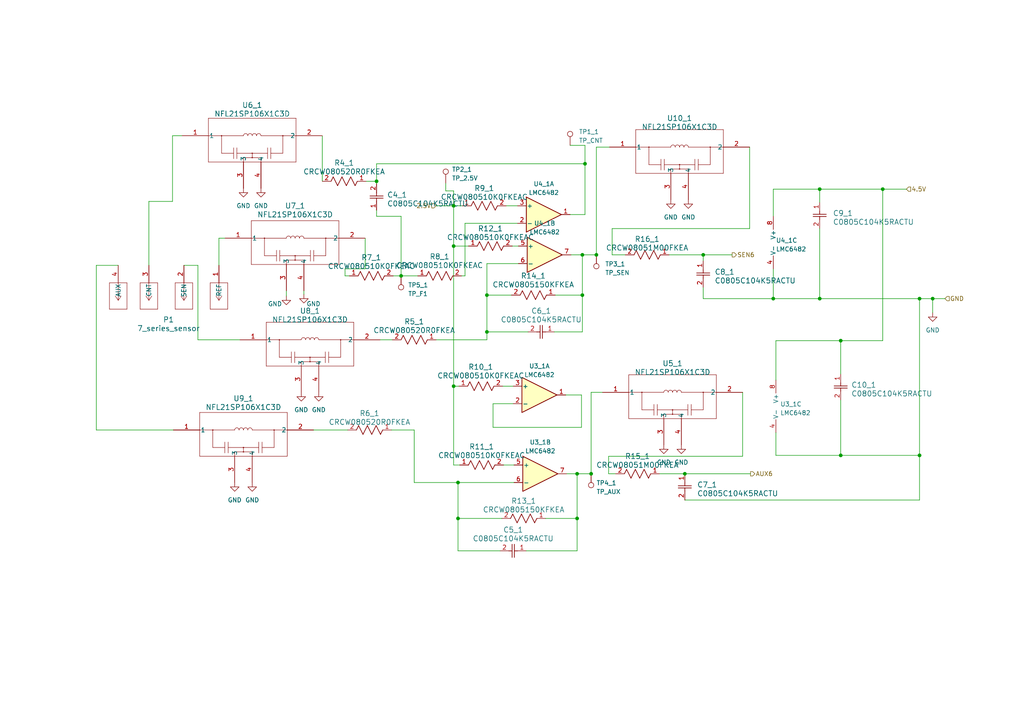
<source format=kicad_sch>
(kicad_sch (version 20230121) (generator eeschema)

  (uuid 04e9843c-8410-4784-ae03-3504d052822c)

  (paper "A4")

  (lib_symbols
    (symbol "2023-07-19_08-42-50:NFL21SP106X1C3D" (pin_names (offset 0.254)) (in_bom yes) (on_board yes)
      (property "Reference" "U" (at 20.32 10.16 0)
        (effects (font (size 1.524 1.524)))
      )
      (property "Value" "NFL21SP106X1C3D" (at 20.32 7.62 0)
        (effects (font (size 1.524 1.524)))
      )
      (property "Footprint" "GCAP_NFL21SP106X1C3D_MUR" (at 0 0 0)
        (effects (font (size 1.27 1.27) italic) hide)
      )
      (property "Datasheet" "NFL21SP106X1C3D" (at 0 0 0)
        (effects (font (size 1.27 1.27) italic) hide)
      )
      (property "ki_locked" "" (at 0 0 0)
        (effects (font (size 1.27 1.27)))
      )
      (property "ki_keywords" "NFL21SP106X1C3D" (at 0 0 0)
        (effects (font (size 1.27 1.27)) hide)
      )
      (property "ki_fp_filters" "GCAP_NFL21SP106X1C3D_MUR GCAP_NFL21SP106X1C3D_MUR-M GCAP_NFL21SP106X1C3D_MUR-L" (at 0 0 0)
        (effects (font (size 1.27 1.27)) hide)
      )
      (symbol "NFL21SP106X1C3D_0_1"
        (polyline
          (pts
            (xy 7.62 -7.62)
            (xy 33.02 -7.62)
          )
          (stroke (width 0.127) (type default))
          (fill (type none))
        )
        (polyline
          (pts
            (xy 7.62 0)
            (xy 17.78 0)
          )
          (stroke (width 0.127) (type default))
          (fill (type none))
        )
        (polyline
          (pts
            (xy 7.62 5.08)
            (xy 7.62 -7.62)
          )
          (stroke (width 0.127) (type default))
          (fill (type none))
        )
        (polyline
          (pts
            (xy 11.43 -5.08)
            (xy 14.9225 -5.08)
          )
          (stroke (width 0.127) (type default))
          (fill (type none))
        )
        (polyline
          (pts
            (xy 11.43 0)
            (xy 11.43 -5.08)
          )
          (stroke (width 0.127) (type default))
          (fill (type none))
        )
        (polyline
          (pts
            (xy 14.9225 -3.4925)
            (xy 14.9225 -6.6675)
          )
          (stroke (width 0.127) (type default))
          (fill (type none))
        )
        (polyline
          (pts
            (xy 15.875 -6.6675)
            (xy 15.875 -3.4925)
          )
          (stroke (width 0.127) (type default))
          (fill (type none))
        )
        (polyline
          (pts
            (xy 17.78 -6.35)
            (xy 17.78 -7.62)
          )
          (stroke (width 0.127) (type default))
          (fill (type none))
        )
        (polyline
          (pts
            (xy 17.78 -6.35)
            (xy 22.86 -6.35)
          )
          (stroke (width 0.127) (type default))
          (fill (type none))
        )
        (polyline
          (pts
            (xy 20.32 -6.35)
            (xy 20.32 -5.08)
          )
          (stroke (width 0.127) (type default))
          (fill (type none))
        )
        (polyline
          (pts
            (xy 22.86 -6.35)
            (xy 22.86 -7.62)
          )
          (stroke (width 0.127) (type default))
          (fill (type none))
        )
        (polyline
          (pts
            (xy 22.86 0)
            (xy 33.02 0)
          )
          (stroke (width 0.127) (type default))
          (fill (type none))
        )
        (polyline
          (pts
            (xy 24.765 -5.08)
            (xy 15.875 -5.08)
          )
          (stroke (width 0.127) (type default))
          (fill (type none))
        )
        (polyline
          (pts
            (xy 24.765 -3.4925)
            (xy 24.765 -6.6675)
          )
          (stroke (width 0.127) (type default))
          (fill (type none))
        )
        (polyline
          (pts
            (xy 25.7175 -5.08)
            (xy 29.21 -5.08)
          )
          (stroke (width 0.127) (type default))
          (fill (type none))
        )
        (polyline
          (pts
            (xy 25.7175 -3.4925)
            (xy 25.7175 -6.6675)
          )
          (stroke (width 0.127) (type default))
          (fill (type none))
        )
        (polyline
          (pts
            (xy 29.21 0)
            (xy 29.21 -5.08)
          )
          (stroke (width 0.127) (type default))
          (fill (type none))
        )
        (polyline
          (pts
            (xy 33.02 -7.62)
            (xy 33.02 5.08)
          )
          (stroke (width 0.127) (type default))
          (fill (type none))
        )
        (polyline
          (pts
            (xy 33.02 5.08)
            (xy 7.62 5.08)
          )
          (stroke (width 0.127) (type default))
          (fill (type none))
        )
        (circle (center 11.43 0) (radius 0.127)
          (stroke (width 0.127) (type default))
          (fill (type none))
        )
        (arc (start 19.05 0) (mid 18.415 0.6323) (end 17.78 0)
          (stroke (width 0.127) (type default))
          (fill (type none))
        )
        (circle (center 20.32 -6.35) (radius 0.127)
          (stroke (width 0.127) (type default))
          (fill (type none))
        )
        (circle (center 20.32 -5.08) (radius 0.127)
          (stroke (width 0.127) (type default))
          (fill (type none))
        )
        (arc (start 20.32 0) (mid 19.685 0.6323) (end 19.05 0)
          (stroke (width 0.127) (type default))
          (fill (type none))
        )
        (arc (start 21.59 0) (mid 20.955 0.6323) (end 20.32 0)
          (stroke (width 0.127) (type default))
          (fill (type none))
        )
        (arc (start 22.86 0) (mid 22.225 0.6323) (end 21.59 0)
          (stroke (width 0.127) (type default))
          (fill (type none))
        )
        (circle (center 29.21 0) (radius 0.127)
          (stroke (width 0.127) (type default))
          (fill (type none))
        )
        (pin unspecified line (at 0 0 0) (length 7.62)
          (name "1" (effects (font (size 1.27 1.27))))
          (number "1" (effects (font (size 1.27 1.27))))
        )
        (pin unspecified line (at 40.64 0 180) (length 7.62)
          (name "2" (effects (font (size 1.27 1.27))))
          (number "2" (effects (font (size 1.27 1.27))))
        )
        (pin unspecified line (at 17.78 -15.24 90) (length 7.62)
          (name "3" (effects (font (size 1.27 1.27))))
          (number "3" (effects (font (size 1.27 1.27))))
        )
        (pin unspecified line (at 22.86 -15.24 90) (length 7.62)
          (name "4" (effects (font (size 1.27 1.27))))
          (number "4" (effects (font (size 1.27 1.27))))
        )
      )
    )
    (symbol "7_series_sensor:7_series_sensor" (pin_names (offset 0.254)) (in_bom yes) (on_board yes)
      (property "Reference" "J" (at 8.89 6.35 0)
        (effects (font (size 1.524 1.524)))
      )
      (property "Value" "7_series_sensor" (at -2.54 6.35 0)
        (effects (font (size 1.524 1.524)))
      )
      (property "Footprint" "CONN_0331-0-15-15-18-14-10-0_MIM" (at 1.27 -5.08 0)
        (effects (font (size 1.27 1.27) italic) hide)
      )
      (property "Datasheet" "0331-0-15-15-18-14-10-0" (at 1.27 -2.54 0)
        (effects (font (size 1.27 1.27) italic) hide)
      )
      (property "ki_locked" "" (at 0 0 0)
        (effects (font (size 1.27 1.27)))
      )
      (property "ki_keywords" "0331-0-15-15-18-14-10-0" (at 0 0 0)
        (effects (font (size 1.27 1.27)) hide)
      )
      (property "ki_fp_filters" "CONN_0331-0-15-15-18-14-10-0_MIM" (at 0 0 0)
        (effects (font (size 1.27 1.27)) hide)
      )
      (symbol "7_series_sensor_1_1"
        (polyline
          (pts
            (xy -36.83 7.62)
            (xy -31.75 7.62)
          )
          (stroke (width 0.127) (type default))
          (fill (type none))
        )
        (polyline
          (pts
            (xy -36.83 15.24)
            (xy -36.83 7.62)
          )
          (stroke (width 0.127) (type default))
          (fill (type none))
        )
        (polyline
          (pts
            (xy -34.29 10.16)
            (xy -35.1367 11.43)
          )
          (stroke (width 0.127) (type default))
          (fill (type none))
        )
        (polyline
          (pts
            (xy -34.29 10.16)
            (xy -34.29 15.24)
          )
          (stroke (width 0.127) (type default))
          (fill (type none))
        )
        (polyline
          (pts
            (xy -34.29 10.16)
            (xy -33.4433 11.43)
          )
          (stroke (width 0.127) (type default))
          (fill (type none))
        )
        (polyline
          (pts
            (xy -31.75 7.62)
            (xy -31.75 15.24)
          )
          (stroke (width 0.127) (type default))
          (fill (type none))
        )
        (polyline
          (pts
            (xy -31.75 15.24)
            (xy -36.83 15.24)
          )
          (stroke (width 0.127) (type default))
          (fill (type none))
        )
        (polyline
          (pts
            (xy -27.94 7.62)
            (xy -22.86 7.62)
          )
          (stroke (width 0.127) (type default))
          (fill (type none))
        )
        (polyline
          (pts
            (xy -27.94 15.24)
            (xy -27.94 7.62)
          )
          (stroke (width 0.127) (type default))
          (fill (type none))
        )
        (polyline
          (pts
            (xy -25.4 10.16)
            (xy -26.2467 11.43)
          )
          (stroke (width 0.127) (type default))
          (fill (type none))
        )
        (polyline
          (pts
            (xy -25.4 10.16)
            (xy -25.4 15.24)
          )
          (stroke (width 0.127) (type default))
          (fill (type none))
        )
        (polyline
          (pts
            (xy -25.4 10.16)
            (xy -24.5533 11.43)
          )
          (stroke (width 0.127) (type default))
          (fill (type none))
        )
        (polyline
          (pts
            (xy -22.86 7.62)
            (xy -22.86 15.24)
          )
          (stroke (width 0.127) (type default))
          (fill (type none))
        )
        (polyline
          (pts
            (xy -22.86 15.24)
            (xy -27.94 15.24)
          )
          (stroke (width 0.127) (type default))
          (fill (type none))
        )
        (polyline
          (pts
            (xy -17.78 7.62)
            (xy -12.7 7.62)
          )
          (stroke (width 0.127) (type default))
          (fill (type none))
        )
        (polyline
          (pts
            (xy -17.78 15.24)
            (xy -17.78 7.62)
          )
          (stroke (width 0.127) (type default))
          (fill (type none))
        )
        (polyline
          (pts
            (xy -15.24 10.16)
            (xy -16.0867 11.43)
          )
          (stroke (width 0.127) (type default))
          (fill (type none))
        )
        (polyline
          (pts
            (xy -15.24 10.16)
            (xy -15.24 15.24)
          )
          (stroke (width 0.127) (type default))
          (fill (type none))
        )
        (polyline
          (pts
            (xy -15.24 10.16)
            (xy -14.3933 11.43)
          )
          (stroke (width 0.127) (type default))
          (fill (type none))
        )
        (polyline
          (pts
            (xy -12.7 7.62)
            (xy -12.7 15.24)
          )
          (stroke (width 0.127) (type default))
          (fill (type none))
        )
        (polyline
          (pts
            (xy -12.7 15.24)
            (xy -17.78 15.24)
          )
          (stroke (width 0.127) (type default))
          (fill (type none))
        )
        (polyline
          (pts
            (xy -7.62 7.62)
            (xy -2.54 7.62)
          )
          (stroke (width 0.127) (type default))
          (fill (type none))
        )
        (polyline
          (pts
            (xy -7.62 15.24)
            (xy -7.62 7.62)
          )
          (stroke (width 0.127) (type default))
          (fill (type none))
        )
        (polyline
          (pts
            (xy -5.08 10.16)
            (xy -5.9267 11.43)
          )
          (stroke (width 0.127) (type default))
          (fill (type none))
        )
        (polyline
          (pts
            (xy -5.08 10.16)
            (xy -5.08 15.24)
          )
          (stroke (width 0.127) (type default))
          (fill (type none))
        )
        (polyline
          (pts
            (xy -5.08 10.16)
            (xy -4.2333 11.43)
          )
          (stroke (width 0.127) (type default))
          (fill (type none))
        )
        (polyline
          (pts
            (xy -2.54 7.62)
            (xy -2.54 15.24)
          )
          (stroke (width 0.127) (type default))
          (fill (type none))
        )
        (polyline
          (pts
            (xy -2.54 15.24)
            (xy -7.62 15.24)
          )
          (stroke (width 0.127) (type default))
          (fill (type none))
        )
        (pin bidirectional line (at -5.08 20.32 270) (length 5.08)
          (name "REF" (effects (font (size 1.27 1.27))))
          (number "1" (effects (font (size 1.27 1.27))))
        )
        (pin bidirectional line (at -15.24 20.32 270) (length 5.08)
          (name "SEN" (effects (font (size 1.27 1.27))))
          (number "2" (effects (font (size 1.27 1.27))))
        )
        (pin bidirectional line (at -25.4 20.32 270) (length 5.08)
          (name "CNT" (effects (font (size 1.27 1.27))))
          (number "3" (effects (font (size 1.27 1.27))))
        )
        (pin bidirectional line (at -34.29 20.32 270) (length 5.08)
          (name "AUX" (effects (font (size 1.27 1.27))))
          (number "4" (effects (font (size 1.27 1.27))))
        )
      )
      (symbol "7_series_sensor_1_2"
        (polyline
          (pts
            (xy 5.08 -2.54)
            (xy 12.7 -2.54)
          )
          (stroke (width 0.127) (type default))
          (fill (type none))
        )
        (polyline
          (pts
            (xy 5.08 2.54)
            (xy 5.08 -2.54)
          )
          (stroke (width 0.127) (type default))
          (fill (type none))
        )
        (polyline
          (pts
            (xy 7.62 0)
            (xy 5.08 0)
          )
          (stroke (width 0.127) (type default))
          (fill (type none))
        )
        (polyline
          (pts
            (xy 7.62 0)
            (xy 8.89 -0.8467)
          )
          (stroke (width 0.127) (type default))
          (fill (type none))
        )
        (polyline
          (pts
            (xy 7.62 0)
            (xy 8.89 0.8467)
          )
          (stroke (width 0.127) (type default))
          (fill (type none))
        )
        (polyline
          (pts
            (xy 12.7 -2.54)
            (xy 12.7 2.54)
          )
          (stroke (width 0.127) (type default))
          (fill (type none))
        )
        (polyline
          (pts
            (xy 12.7 2.54)
            (xy 5.08 2.54)
          )
          (stroke (width 0.127) (type default))
          (fill (type none))
        )
        (pin unspecified line (at 0 0 0) (length 5.08)
          (name "1" (effects (font (size 1.27 1.27))))
          (number "1" (effects (font (size 1.27 1.27))))
        )
      )
    )
    (symbol "Amplifier_Operational:LMC6482" (pin_names (offset 0.127)) (in_bom yes) (on_board yes)
      (property "Reference" "U" (at 0 5.08 0)
        (effects (font (size 1.27 1.27)) (justify left))
      )
      (property "Value" "LMC6482" (at 0 -5.08 0)
        (effects (font (size 1.27 1.27)) (justify left))
      )
      (property "Footprint" "" (at 0 0 0)
        (effects (font (size 1.27 1.27)) hide)
      )
      (property "Datasheet" "http://www.ti.com/lit/ds/symlink/lmc6482.pdf" (at 0 0 0)
        (effects (font (size 1.27 1.27)) hide)
      )
      (property "ki_locked" "" (at 0 0 0)
        (effects (font (size 1.27 1.27)))
      )
      (property "ki_keywords" "dual opamp" (at 0 0 0)
        (effects (font (size 1.27 1.27)) hide)
      )
      (property "ki_description" "Dual CMOS Rail-to-Rail Input and Output Operational Amplifier, DIP-8/SOIC-8, SSOP-8" (at 0 0 0)
        (effects (font (size 1.27 1.27)) hide)
      )
      (property "ki_fp_filters" "SOIC*3.9x4.9mm*P1.27mm* DIP*W7.62mm* TO*99* OnSemi*Micro8* TSSOP*3x3mm*P0.65mm* TSSOP*4.4x3mm*P0.65mm* MSOP*3x3mm*P0.65mm* SSOP*3.9x4.9mm*P0.635mm* LFCSP*2x2mm*P0.5mm* *SIP* SOIC*5.3x6.2mm*P1.27mm*" (at 0 0 0)
        (effects (font (size 1.27 1.27)) hide)
      )
      (symbol "LMC6482_1_1"
        (polyline
          (pts
            (xy -5.08 5.08)
            (xy 5.08 0)
            (xy -5.08 -5.08)
            (xy -5.08 5.08)
          )
          (stroke (width 0.254) (type default))
          (fill (type background))
        )
        (pin output line (at 7.62 0 180) (length 2.54)
          (name "~" (effects (font (size 1.27 1.27))))
          (number "1" (effects (font (size 1.27 1.27))))
        )
        (pin input line (at -7.62 -2.54 0) (length 2.54)
          (name "-" (effects (font (size 1.27 1.27))))
          (number "2" (effects (font (size 1.27 1.27))))
        )
        (pin input line (at -7.62 2.54 0) (length 2.54)
          (name "+" (effects (font (size 1.27 1.27))))
          (number "3" (effects (font (size 1.27 1.27))))
        )
      )
      (symbol "LMC6482_2_1"
        (polyline
          (pts
            (xy -5.08 5.08)
            (xy 5.08 0)
            (xy -5.08 -5.08)
            (xy -5.08 5.08)
          )
          (stroke (width 0.254) (type default))
          (fill (type background))
        )
        (pin input line (at -7.62 2.54 0) (length 2.54)
          (name "+" (effects (font (size 1.27 1.27))))
          (number "5" (effects (font (size 1.27 1.27))))
        )
        (pin input line (at -7.62 -2.54 0) (length 2.54)
          (name "-" (effects (font (size 1.27 1.27))))
          (number "6" (effects (font (size 1.27 1.27))))
        )
        (pin output line (at 7.62 0 180) (length 2.54)
          (name "~" (effects (font (size 1.27 1.27))))
          (number "7" (effects (font (size 1.27 1.27))))
        )
      )
      (symbol "LMC6482_3_1"
        (pin power_in line (at -2.54 -7.62 90) (length 3.81)
          (name "V-" (effects (font (size 1.27 1.27))))
          (number "4" (effects (font (size 1.27 1.27))))
        )
        (pin power_in line (at -2.54 7.62 270) (length 3.81)
          (name "V+" (effects (font (size 1.27 1.27))))
          (number "8" (effects (font (size 1.27 1.27))))
        )
      )
    )
    (symbol "Connector:TestPoint" (pin_numbers hide) (pin_names (offset 0.762) hide) (in_bom yes) (on_board yes)
      (property "Reference" "TP" (at 0 6.858 0)
        (effects (font (size 1.27 1.27)))
      )
      (property "Value" "TestPoint" (at 0 5.08 0)
        (effects (font (size 1.27 1.27)))
      )
      (property "Footprint" "" (at 5.08 0 0)
        (effects (font (size 1.27 1.27)) hide)
      )
      (property "Datasheet" "~" (at 5.08 0 0)
        (effects (font (size 1.27 1.27)) hide)
      )
      (property "ki_keywords" "test point tp" (at 0 0 0)
        (effects (font (size 1.27 1.27)) hide)
      )
      (property "ki_description" "test point" (at 0 0 0)
        (effects (font (size 1.27 1.27)) hide)
      )
      (property "ki_fp_filters" "Pin* Test*" (at 0 0 0)
        (effects (font (size 1.27 1.27)) hide)
      )
      (symbol "TestPoint_0_1"
        (circle (center 0 3.302) (radius 0.762)
          (stroke (width 0) (type default))
          (fill (type none))
        )
      )
      (symbol "TestPoint_1_1"
        (pin passive line (at 0 0 90) (length 2.54)
          (name "1" (effects (font (size 1.27 1.27))))
          (number "1" (effects (font (size 1.27 1.27))))
        )
      )
    )
    (symbol "Vishay_10k:CRCW080510K0FKEAC" (pin_names (offset 0.254)) (in_bom yes) (on_board yes)
      (property "Reference" "R" (at 5.715 3.81 0)
        (effects (font (size 1.524 1.524)))
      )
      (property "Value" "CRCW080510K0FKEAC" (at 6.35 -3.81 0)
        (effects (font (size 1.524 1.524)))
      )
      (property "Footprint" "RES_CRCW_0805_VIS" (at 0 0 0)
        (effects (font (size 1.27 1.27) italic) hide)
      )
      (property "Datasheet" "CRCW080510K0FKEAC" (at 0 0 0)
        (effects (font (size 1.27 1.27) italic) hide)
      )
      (property "ki_locked" "" (at 0 0 0)
        (effects (font (size 1.27 1.27)))
      )
      (property "ki_keywords" "CRCW080510K0FKEAC" (at 0 0 0)
        (effects (font (size 1.27 1.27)) hide)
      )
      (property "ki_fp_filters" "RES_CRCW_0805_VIS RES_CRCW_0805_VIS-M RES_CRCW_0805_VIS-L" (at 0 0 0)
        (effects (font (size 1.27 1.27)) hide)
      )
      (symbol "CRCW080510K0FKEAC_1_1"
        (polyline
          (pts
            (xy 2.54 0)
            (xy 3.175 1.27)
          )
          (stroke (width 0.2032) (type default))
          (fill (type none))
        )
        (polyline
          (pts
            (xy 3.175 1.27)
            (xy 4.445 -1.27)
          )
          (stroke (width 0.2032) (type default))
          (fill (type none))
        )
        (polyline
          (pts
            (xy 4.445 -1.27)
            (xy 5.715 1.27)
          )
          (stroke (width 0.2032) (type default))
          (fill (type none))
        )
        (polyline
          (pts
            (xy 5.715 1.27)
            (xy 6.985 -1.27)
          )
          (stroke (width 0.2032) (type default))
          (fill (type none))
        )
        (polyline
          (pts
            (xy 6.985 -1.27)
            (xy 8.255 1.27)
          )
          (stroke (width 0.2032) (type default))
          (fill (type none))
        )
        (polyline
          (pts
            (xy 8.255 1.27)
            (xy 9.525 -1.27)
          )
          (stroke (width 0.2032) (type default))
          (fill (type none))
        )
        (polyline
          (pts
            (xy 9.525 -1.27)
            (xy 10.16 0)
          )
          (stroke (width 0.2032) (type default))
          (fill (type none))
        )
        (pin unspecified line (at 0 0 0) (length 2.54)
          (name "" (effects (font (size 1.27 1.27))))
          (number "1" (effects (font (size 1.27 1.27))))
        )
        (pin unspecified line (at 12.7 0 180) (length 2.54)
          (name "" (effects (font (size 1.27 1.27))))
          (number "2" (effects (font (size 1.27 1.27))))
        )
      )
      (symbol "CRCW080510K0FKEAC_1_2"
        (polyline
          (pts
            (xy -1.27 3.175)
            (xy 1.27 4.445)
          )
          (stroke (width 0.2032) (type default))
          (fill (type none))
        )
        (polyline
          (pts
            (xy -1.27 5.715)
            (xy 1.27 6.985)
          )
          (stroke (width 0.2032) (type default))
          (fill (type none))
        )
        (polyline
          (pts
            (xy -1.27 8.255)
            (xy 1.27 9.525)
          )
          (stroke (width 0.2032) (type default))
          (fill (type none))
        )
        (polyline
          (pts
            (xy 0 2.54)
            (xy -1.27 3.175)
          )
          (stroke (width 0.2032) (type default))
          (fill (type none))
        )
        (polyline
          (pts
            (xy 1.27 4.445)
            (xy -1.27 5.715)
          )
          (stroke (width 0.2032) (type default))
          (fill (type none))
        )
        (polyline
          (pts
            (xy 1.27 6.985)
            (xy -1.27 8.255)
          )
          (stroke (width 0.2032) (type default))
          (fill (type none))
        )
        (polyline
          (pts
            (xy 1.27 9.525)
            (xy 0 10.16)
          )
          (stroke (width 0.2032) (type default))
          (fill (type none))
        )
        (pin unspecified line (at 0 12.7 270) (length 2.54)
          (name "" (effects (font (size 1.27 1.27))))
          (number "1" (effects (font (size 1.27 1.27))))
        )
        (pin unspecified line (at 0 0 90) (length 2.54)
          (name "" (effects (font (size 1.27 1.27))))
          (number "2" (effects (font (size 1.27 1.27))))
        )
      )
    )
    (symbol "Vishay_150k:CRCW0805150KFKEA" (pin_names (offset 0.254)) (in_bom yes) (on_board yes)
      (property "Reference" "R" (at 5.715 3.81 0)
        (effects (font (size 1.524 1.524)))
      )
      (property "Value" "CRCW0805150KFKEA" (at 6.35 -3.81 0)
        (effects (font (size 1.524 1.524)))
      )
      (property "Footprint" "RC0805N_VIS" (at 0 0 0)
        (effects (font (size 1.27 1.27) italic) hide)
      )
      (property "Datasheet" "CRCW0805150KFKEA" (at 0 0 0)
        (effects (font (size 1.27 1.27) italic) hide)
      )
      (property "ki_locked" "" (at 0 0 0)
        (effects (font (size 1.27 1.27)))
      )
      (property "ki_keywords" "CRCW0805150KFKEA" (at 0 0 0)
        (effects (font (size 1.27 1.27)) hide)
      )
      (property "ki_fp_filters" "RC0805N_VIS RC0805N_VIS-M RC0805N_VIS-L" (at 0 0 0)
        (effects (font (size 1.27 1.27)) hide)
      )
      (symbol "CRCW0805150KFKEA_1_1"
        (polyline
          (pts
            (xy 2.54 0)
            (xy 3.175 1.27)
          )
          (stroke (width 0.2032) (type default))
          (fill (type none))
        )
        (polyline
          (pts
            (xy 3.175 1.27)
            (xy 4.445 -1.27)
          )
          (stroke (width 0.2032) (type default))
          (fill (type none))
        )
        (polyline
          (pts
            (xy 4.445 -1.27)
            (xy 5.715 1.27)
          )
          (stroke (width 0.2032) (type default))
          (fill (type none))
        )
        (polyline
          (pts
            (xy 5.715 1.27)
            (xy 6.985 -1.27)
          )
          (stroke (width 0.2032) (type default))
          (fill (type none))
        )
        (polyline
          (pts
            (xy 6.985 -1.27)
            (xy 8.255 1.27)
          )
          (stroke (width 0.2032) (type default))
          (fill (type none))
        )
        (polyline
          (pts
            (xy 8.255 1.27)
            (xy 9.525 -1.27)
          )
          (stroke (width 0.2032) (type default))
          (fill (type none))
        )
        (polyline
          (pts
            (xy 9.525 -1.27)
            (xy 10.16 0)
          )
          (stroke (width 0.2032) (type default))
          (fill (type none))
        )
        (pin unspecified line (at 12.7 0 180) (length 2.54)
          (name "" (effects (font (size 1.27 1.27))))
          (number "1" (effects (font (size 1.27 1.27))))
        )
        (pin unspecified line (at 0 0 0) (length 2.54)
          (name "" (effects (font (size 1.27 1.27))))
          (number "2" (effects (font (size 1.27 1.27))))
        )
      )
      (symbol "CRCW0805150KFKEA_1_2"
        (polyline
          (pts
            (xy -1.27 3.175)
            (xy 1.27 4.445)
          )
          (stroke (width 0.2032) (type default))
          (fill (type none))
        )
        (polyline
          (pts
            (xy -1.27 5.715)
            (xy 1.27 6.985)
          )
          (stroke (width 0.2032) (type default))
          (fill (type none))
        )
        (polyline
          (pts
            (xy -1.27 8.255)
            (xy 1.27 9.525)
          )
          (stroke (width 0.2032) (type default))
          (fill (type none))
        )
        (polyline
          (pts
            (xy 0 2.54)
            (xy -1.27 3.175)
          )
          (stroke (width 0.2032) (type default))
          (fill (type none))
        )
        (polyline
          (pts
            (xy 1.27 4.445)
            (xy -1.27 5.715)
          )
          (stroke (width 0.2032) (type default))
          (fill (type none))
        )
        (polyline
          (pts
            (xy 1.27 6.985)
            (xy -1.27 8.255)
          )
          (stroke (width 0.2032) (type default))
          (fill (type none))
        )
        (polyline
          (pts
            (xy 1.27 9.525)
            (xy 0 10.16)
          )
          (stroke (width 0.2032) (type default))
          (fill (type none))
        )
        (pin unspecified line (at 0 12.7 270) (length 2.54)
          (name "" (effects (font (size 1.27 1.27))))
          (number "1" (effects (font (size 1.27 1.27))))
        )
        (pin unspecified line (at 0 0 90) (length 2.54)
          (name "" (effects (font (size 1.27 1.27))))
          (number "2" (effects (font (size 1.27 1.27))))
        )
      )
    )
    (symbol "Vishay_1M:CRCW08051M00FKEA" (pin_names (offset 0.254)) (in_bom yes) (on_board yes)
      (property "Reference" "R" (at 5.715 3.81 0)
        (effects (font (size 1.524 1.524)))
      )
      (property "Value" "CRCW08051M00FKEA" (at 6.35 -3.81 0)
        (effects (font (size 1.524 1.524)))
      )
      (property "Footprint" "RES_CRCW_0805" (at 0 0 0)
        (effects (font (size 1.27 1.27) italic) hide)
      )
      (property "Datasheet" "CRCW08051M00FKEA" (at 0 0 0)
        (effects (font (size 1.27 1.27) italic) hide)
      )
      (property "ki_locked" "" (at 0 0 0)
        (effects (font (size 1.27 1.27)))
      )
      (property "ki_keywords" "CRCW08051M00FKEA" (at 0 0 0)
        (effects (font (size 1.27 1.27)) hide)
      )
      (property "ki_fp_filters" "RES_CRCW_0805 RES_CRCW_0805-M RES_CRCW_0805-L" (at 0 0 0)
        (effects (font (size 1.27 1.27)) hide)
      )
      (symbol "CRCW08051M00FKEA_1_1"
        (polyline
          (pts
            (xy 2.54 0)
            (xy 3.175 1.27)
          )
          (stroke (width 0.2032) (type default))
          (fill (type none))
        )
        (polyline
          (pts
            (xy 3.175 1.27)
            (xy 4.445 -1.27)
          )
          (stroke (width 0.2032) (type default))
          (fill (type none))
        )
        (polyline
          (pts
            (xy 4.445 -1.27)
            (xy 5.715 1.27)
          )
          (stroke (width 0.2032) (type default))
          (fill (type none))
        )
        (polyline
          (pts
            (xy 5.715 1.27)
            (xy 6.985 -1.27)
          )
          (stroke (width 0.2032) (type default))
          (fill (type none))
        )
        (polyline
          (pts
            (xy 6.985 -1.27)
            (xy 8.255 1.27)
          )
          (stroke (width 0.2032) (type default))
          (fill (type none))
        )
        (polyline
          (pts
            (xy 8.255 1.27)
            (xy 9.525 -1.27)
          )
          (stroke (width 0.2032) (type default))
          (fill (type none))
        )
        (polyline
          (pts
            (xy 9.525 -1.27)
            (xy 10.16 0)
          )
          (stroke (width 0.2032) (type default))
          (fill (type none))
        )
        (pin unspecified line (at 12.7 0 180) (length 2.54)
          (name "" (effects (font (size 1.27 1.27))))
          (number "1" (effects (font (size 1.27 1.27))))
        )
        (pin unspecified line (at 0 0 0) (length 2.54)
          (name "" (effects (font (size 1.27 1.27))))
          (number "2" (effects (font (size 1.27 1.27))))
        )
      )
      (symbol "CRCW08051M00FKEA_1_2"
        (polyline
          (pts
            (xy -1.27 3.175)
            (xy 1.27 4.445)
          )
          (stroke (width 0.2032) (type default))
          (fill (type none))
        )
        (polyline
          (pts
            (xy -1.27 5.715)
            (xy 1.27 6.985)
          )
          (stroke (width 0.2032) (type default))
          (fill (type none))
        )
        (polyline
          (pts
            (xy -1.27 8.255)
            (xy 1.27 9.525)
          )
          (stroke (width 0.2032) (type default))
          (fill (type none))
        )
        (polyline
          (pts
            (xy 0 2.54)
            (xy -1.27 3.175)
          )
          (stroke (width 0.2032) (type default))
          (fill (type none))
        )
        (polyline
          (pts
            (xy 1.27 4.445)
            (xy -1.27 5.715)
          )
          (stroke (width 0.2032) (type default))
          (fill (type none))
        )
        (polyline
          (pts
            (xy 1.27 6.985)
            (xy -1.27 8.255)
          )
          (stroke (width 0.2032) (type default))
          (fill (type none))
        )
        (polyline
          (pts
            (xy 1.27 9.525)
            (xy 0 10.16)
          )
          (stroke (width 0.2032) (type default))
          (fill (type none))
        )
        (pin unspecified line (at 0 12.7 270) (length 2.54)
          (name "" (effects (font (size 1.27 1.27))))
          (number "1" (effects (font (size 1.27 1.27))))
        )
        (pin unspecified line (at 0 0 90) (length 2.54)
          (name "" (effects (font (size 1.27 1.27))))
          (number "2" (effects (font (size 1.27 1.27))))
        )
      )
    )
    (symbol "Vishay_20R:CRCW080520R0FKEA" (pin_names (offset 0.254)) (in_bom yes) (on_board yes)
      (property "Reference" "R" (at 5.715 3.81 0)
        (effects (font (size 1.524 1.524)))
      )
      (property "Value" "CRCW080520R0FKEA" (at 6.35 -3.81 0)
        (effects (font (size 1.524 1.524)))
      )
      (property "Footprint" "RC0805N_VIS" (at 0 0 0)
        (effects (font (size 1.27 1.27) italic) hide)
      )
      (property "Datasheet" "CRCW080520R0FKEA" (at 0 0 0)
        (effects (font (size 1.27 1.27) italic) hide)
      )
      (property "ki_locked" "" (at 0 0 0)
        (effects (font (size 1.27 1.27)))
      )
      (property "ki_keywords" "CRCW080520R0FKEA" (at 0 0 0)
        (effects (font (size 1.27 1.27)) hide)
      )
      (property "ki_fp_filters" "RC0805N_VIS RC0805N_VIS-M RC0805N_VIS-L" (at 0 0 0)
        (effects (font (size 1.27 1.27)) hide)
      )
      (symbol "CRCW080520R0FKEA_1_1"
        (polyline
          (pts
            (xy 2.54 0)
            (xy 3.175 1.27)
          )
          (stroke (width 0.2032) (type default))
          (fill (type none))
        )
        (polyline
          (pts
            (xy 3.175 1.27)
            (xy 4.445 -1.27)
          )
          (stroke (width 0.2032) (type default))
          (fill (type none))
        )
        (polyline
          (pts
            (xy 4.445 -1.27)
            (xy 5.715 1.27)
          )
          (stroke (width 0.2032) (type default))
          (fill (type none))
        )
        (polyline
          (pts
            (xy 5.715 1.27)
            (xy 6.985 -1.27)
          )
          (stroke (width 0.2032) (type default))
          (fill (type none))
        )
        (polyline
          (pts
            (xy 6.985 -1.27)
            (xy 8.255 1.27)
          )
          (stroke (width 0.2032) (type default))
          (fill (type none))
        )
        (polyline
          (pts
            (xy 8.255 1.27)
            (xy 9.525 -1.27)
          )
          (stroke (width 0.2032) (type default))
          (fill (type none))
        )
        (polyline
          (pts
            (xy 9.525 -1.27)
            (xy 10.16 0)
          )
          (stroke (width 0.2032) (type default))
          (fill (type none))
        )
        (pin unspecified line (at 12.7 0 180) (length 2.54)
          (name "" (effects (font (size 1.27 1.27))))
          (number "1" (effects (font (size 1.27 1.27))))
        )
        (pin unspecified line (at 0 0 0) (length 2.54)
          (name "" (effects (font (size 1.27 1.27))))
          (number "2" (effects (font (size 1.27 1.27))))
        )
      )
      (symbol "CRCW080520R0FKEA_1_2"
        (polyline
          (pts
            (xy -1.27 3.175)
            (xy 1.27 4.445)
          )
          (stroke (width 0.2032) (type default))
          (fill (type none))
        )
        (polyline
          (pts
            (xy -1.27 5.715)
            (xy 1.27 6.985)
          )
          (stroke (width 0.2032) (type default))
          (fill (type none))
        )
        (polyline
          (pts
            (xy -1.27 8.255)
            (xy 1.27 9.525)
          )
          (stroke (width 0.2032) (type default))
          (fill (type none))
        )
        (polyline
          (pts
            (xy 0 2.54)
            (xy -1.27 3.175)
          )
          (stroke (width 0.2032) (type default))
          (fill (type none))
        )
        (polyline
          (pts
            (xy 1.27 4.445)
            (xy -1.27 5.715)
          )
          (stroke (width 0.2032) (type default))
          (fill (type none))
        )
        (polyline
          (pts
            (xy 1.27 6.985)
            (xy -1.27 8.255)
          )
          (stroke (width 0.2032) (type default))
          (fill (type none))
        )
        (polyline
          (pts
            (xy 1.27 9.525)
            (xy 0 10.16)
          )
          (stroke (width 0.2032) (type default))
          (fill (type none))
        )
        (pin unspecified line (at 0 12.7 270) (length 2.54)
          (name "" (effects (font (size 1.27 1.27))))
          (number "1" (effects (font (size 1.27 1.27))))
        )
        (pin unspecified line (at 0 0 90) (length 2.54)
          (name "" (effects (font (size 1.27 1.27))))
          (number "2" (effects (font (size 1.27 1.27))))
        )
      )
    )
    (symbol "kemet_0.1uf:C0805C104K5RACTU" (pin_names (offset 0.254)) (in_bom yes) (on_board yes)
      (property "Reference" "C" (at 3.81 3.81 0)
        (effects (font (size 1.524 1.524)))
      )
      (property "Value" "C0805C104K5RACTU" (at 3.81 -3.81 0)
        (effects (font (size 1.524 1.524)))
      )
      (property "Footprint" "CAPC220145_88N_KEM" (at 0 0 0)
        (effects (font (size 1.27 1.27) italic) hide)
      )
      (property "Datasheet" "C0805C104K5RACTU" (at 0 0 0)
        (effects (font (size 1.27 1.27) italic) hide)
      )
      (property "ki_locked" "" (at 0 0 0)
        (effects (font (size 1.27 1.27)))
      )
      (property "ki_keywords" "C0805C104K5RACTU" (at 0 0 0)
        (effects (font (size 1.27 1.27)) hide)
      )
      (property "ki_fp_filters" "CAPC220145_88N_KEM CAPC220145_88N_KEM-M CAPC220145_88N_KEM-L" (at 0 0 0)
        (effects (font (size 1.27 1.27)) hide)
      )
      (symbol "C0805C104K5RACTU_1_1"
        (polyline
          (pts
            (xy 2.54 0)
            (xy 3.4798 0)
          )
          (stroke (width 0.2032) (type default))
          (fill (type none))
        )
        (polyline
          (pts
            (xy 3.4798 -1.905)
            (xy 3.4798 1.905)
          )
          (stroke (width 0.2032) (type default))
          (fill (type none))
        )
        (polyline
          (pts
            (xy 4.1148 -1.905)
            (xy 4.1148 1.905)
          )
          (stroke (width 0.2032) (type default))
          (fill (type none))
        )
        (polyline
          (pts
            (xy 4.1148 0)
            (xy 5.08 0)
          )
          (stroke (width 0.2032) (type default))
          (fill (type none))
        )
        (pin unspecified line (at 0 0 0) (length 2.54)
          (name "" (effects (font (size 1.27 1.27))))
          (number "1" (effects (font (size 1.27 1.27))))
        )
        (pin unspecified line (at 7.62 0 180) (length 2.54)
          (name "" (effects (font (size 1.27 1.27))))
          (number "2" (effects (font (size 1.27 1.27))))
        )
      )
      (symbol "C0805C104K5RACTU_1_2"
        (polyline
          (pts
            (xy -1.905 -4.1148)
            (xy 1.905 -4.1148)
          )
          (stroke (width 0.2032) (type default))
          (fill (type none))
        )
        (polyline
          (pts
            (xy -1.905 -3.4798)
            (xy 1.905 -3.4798)
          )
          (stroke (width 0.2032) (type default))
          (fill (type none))
        )
        (polyline
          (pts
            (xy 0 -4.1148)
            (xy 0 -5.08)
          )
          (stroke (width 0.2032) (type default))
          (fill (type none))
        )
        (polyline
          (pts
            (xy 0 -2.54)
            (xy 0 -3.4798)
          )
          (stroke (width 0.2032) (type default))
          (fill (type none))
        )
        (pin unspecified line (at 0 0 270) (length 2.54)
          (name "" (effects (font (size 1.27 1.27))))
          (number "1" (effects (font (size 1.27 1.27))))
        )
        (pin unspecified line (at 0 -7.62 90) (length 2.54)
          (name "" (effects (font (size 1.27 1.27))))
          (number "2" (effects (font (size 1.27 1.27))))
        )
      )
    )
    (symbol "power:GND" (power) (pin_names (offset 0)) (in_bom yes) (on_board yes)
      (property "Reference" "#PWR" (at 0 -6.35 0)
        (effects (font (size 1.27 1.27)) hide)
      )
      (property "Value" "GND" (at 0 -3.81 0)
        (effects (font (size 1.27 1.27)))
      )
      (property "Footprint" "" (at 0 0 0)
        (effects (font (size 1.27 1.27)) hide)
      )
      (property "Datasheet" "" (at 0 0 0)
        (effects (font (size 1.27 1.27)) hide)
      )
      (property "ki_keywords" "global power" (at 0 0 0)
        (effects (font (size 1.27 1.27)) hide)
      )
      (property "ki_description" "Power symbol creates a global label with name \"GND\" , ground" (at 0 0 0)
        (effects (font (size 1.27 1.27)) hide)
      )
      (symbol "GND_0_1"
        (polyline
          (pts
            (xy 0 0)
            (xy 0 -1.27)
            (xy 1.27 -1.27)
            (xy 0 -2.54)
            (xy -1.27 -1.27)
            (xy 0 -1.27)
          )
          (stroke (width 0) (type default))
          (fill (type none))
        )
      )
      (symbol "GND_1_1"
        (pin power_in line (at 0 0 270) (length 0) hide
          (name "GND" (effects (font (size 1.27 1.27))))
          (number "1" (effects (font (size 1.27 1.27))))
        )
      )
    )
  )

  (junction (at 270.51 86.614) (diameter 0) (color 0 0 0 0)
    (uuid 01c060a4-41ae-46b4-a6c6-79b17598f631)
  )
  (junction (at 237.744 86.614) (diameter 0) (color 0 0 0 0)
    (uuid 0312f4fa-ad30-4f78-aa67-db508e9ac963)
  )
  (junction (at 168.91 85.598) (diameter 0) (color 0 0 0 0)
    (uuid 0494423a-331c-4b43-ae95-a0043361d623)
  )
  (junction (at 132.842 139.954) (diameter 0) (color 0 0 0 0)
    (uuid 1a33da9c-f514-48d6-bf8e-51f12810ca9a)
  )
  (junction (at 198.628 137.414) (diameter 0) (color 0 0 0 0)
    (uuid 1c878176-f378-450b-a054-f4385373fe80)
  )
  (junction (at 256.032 54.864) (diameter 0) (color 0 0 0 0)
    (uuid 40221dc5-2897-4391-98e2-823d34ac3fac)
  )
  (junction (at 167.386 150.368) (diameter 0) (color 0 0 0 0)
    (uuid 4f053c7f-3e2b-4077-b18d-2ccf0dfc1fc2)
  )
  (junction (at 171.45 137.414) (diameter 0) (color 0 0 0 0)
    (uuid 5f59d14b-3974-4ca1-a626-394af26d49ff)
  )
  (junction (at 169.672 47.498) (diameter 0) (color 0 0 0 0)
    (uuid 649d08e2-f163-4873-81fb-54ea292232d4)
  )
  (junction (at 116.332 80.01) (diameter 0) (color 0 0 0 0)
    (uuid 70432480-18c4-4300-b2c1-2a3d9da9d845)
  )
  (junction (at 224.282 86.614) (diameter 0) (color 0 0 0 0)
    (uuid 7365954b-aa5d-44f8-b5c1-08a4be4097ac)
  )
  (junction (at 237.744 54.864) (diameter 0) (color 0 0 0 0)
    (uuid 80c40924-5db4-4d5c-ae04-a280041eb12d)
  )
  (junction (at 131.572 59.69) (diameter 0) (color 0 0 0 0)
    (uuid 82cc32f2-4800-47c4-a220-1ee7d76b134d)
  )
  (junction (at 167.386 137.414) (diameter 0) (color 0 0 0 0)
    (uuid 8f9c78b6-51ec-4c23-915c-845612b5dd36)
  )
  (junction (at 131.572 71.374) (diameter 0) (color 0 0 0 0)
    (uuid 94be97fc-ba23-4dda-bddb-d7c5a2b33ab5)
  )
  (junction (at 141.224 85.598) (diameter 0) (color 0 0 0 0)
    (uuid 9a7fb908-247b-42a4-af58-7fd4b5106260)
  )
  (junction (at 172.974 73.914) (diameter 0) (color 0 0 0 0)
    (uuid a3c07d3a-de1e-4916-b3d9-d6b0729614ae)
  )
  (junction (at 203.962 73.914) (diameter 0) (color 0 0 0 0)
    (uuid a74bf210-bd81-4eba-8221-937ca3a87c19)
  )
  (junction (at 141.224 96.266) (diameter 0) (color 0 0 0 0)
    (uuid b540b439-4b67-485d-9fc3-311c2dae24f8)
  )
  (junction (at 109.22 52.578) (diameter 0) (color 0 0 0 0)
    (uuid c663aed5-b564-48b4-b25b-0a6352fc37da)
  )
  (junction (at 266.7 86.614) (diameter 0) (color 0 0 0 0)
    (uuid d2e01762-67e2-4486-a617-3c10d0922057)
  )
  (junction (at 168.91 73.914) (diameter 0) (color 0 0 0 0)
    (uuid d44608c4-84e6-4c5e-8004-f0099e53b9bd)
  )
  (junction (at 131.572 112.014) (diameter 0) (color 0 0 0 0)
    (uuid d84f60f4-1e67-4479-9218-c440c97722b4)
  )
  (junction (at 266.7 132.08) (diameter 0) (color 0 0 0 0)
    (uuid e3ed9016-8f4c-4943-a9dc-f09ac608c6ef)
  )
  (junction (at 243.84 98.806) (diameter 0) (color 0 0 0 0)
    (uuid e69909a5-c8a9-4c40-a2a1-1ee6d35acede)
  )
  (junction (at 132.842 150.368) (diameter 0) (color 0 0 0 0)
    (uuid ee7adffc-4664-4c92-ba3f-45343e4d4ff2)
  )
  (junction (at 243.84 132.08) (diameter 0) (color 0 0 0 0)
    (uuid fa32efb3-1fef-4d97-8961-3833f6e3ebc5)
  )

  (wire (pts (xy 161.036 85.598) (xy 168.91 85.598))
    (stroke (width 0) (type default))
    (uuid 0068376c-66ee-44b7-9b0a-070cb4f41c4c)
  )
  (wire (pts (xy 164.084 114.554) (xy 168.656 114.554))
    (stroke (width 0) (type default))
    (uuid 00edb047-3bad-462e-8ff4-946f21f366d0)
  )
  (wire (pts (xy 270.51 90.678) (xy 270.51 86.614))
    (stroke (width 0) (type default))
    (uuid 01898065-bda5-47c4-b8be-6c078c65c2dc)
  )
  (wire (pts (xy 143.002 123.952) (xy 143.002 117.094))
    (stroke (width 0) (type default))
    (uuid 0480518e-37a0-42a9-abcc-812825b7cf38)
  )
  (wire (pts (xy 256.032 54.864) (xy 256.032 98.806))
    (stroke (width 0) (type default))
    (uuid 058a4f97-2c84-49e2-a5d3-152bf18ce87e)
  )
  (wire (pts (xy 50.038 39.37) (xy 50.038 58.42))
    (stroke (width 0) (type default))
    (uuid 05b562ee-ffa8-409b-b41a-8015a3c5e448)
  )
  (wire (pts (xy 93.472 39.37) (xy 93.472 52.578))
    (stroke (width 0) (type default))
    (uuid 0754db2c-5791-4cf4-9262-fa3c83522eac)
  )
  (wire (pts (xy 100.076 77.978) (xy 100.076 80.01))
    (stroke (width 0) (type default))
    (uuid 085a87e8-c83d-4dd7-86fb-36c4f7e89609)
  )
  (wire (pts (xy 167.386 150.368) (xy 167.386 159.766))
    (stroke (width 0) (type default))
    (uuid 09719f74-739a-4b3e-bdac-ab60c54b385e)
  )
  (wire (pts (xy 141.224 76.454) (xy 141.224 85.598))
    (stroke (width 0) (type default))
    (uuid 0d33a0c4-aeb2-4ae3-b929-30139c74acf9)
  )
  (wire (pts (xy 198.628 145.034) (xy 266.7 145.034))
    (stroke (width 0) (type default))
    (uuid 0f850cf0-078a-4ce6-ae46-ff8f951e1c52)
  )
  (wire (pts (xy 203.962 86.614) (xy 224.282 86.614))
    (stroke (width 0) (type default))
    (uuid 10993d28-2082-496b-ad80-50466864159d)
  )
  (wire (pts (xy 168.91 85.598) (xy 168.91 96.266))
    (stroke (width 0) (type default))
    (uuid 111aacd2-b9f2-4889-b9ac-d08ebdc6af75)
  )
  (wire (pts (xy 165.354 42.164) (xy 169.672 42.164))
    (stroke (width 0) (type default))
    (uuid 11ab2b59-791f-4e90-b024-7acbe2e8b769)
  )
  (wire (pts (xy 120.142 124.714) (xy 120.142 139.954))
    (stroke (width 0) (type default))
    (uuid 1324079a-9173-4817-9751-d4f804d700ee)
  )
  (wire (pts (xy 148.59 71.374) (xy 150.368 71.374))
    (stroke (width 0) (type default))
    (uuid 138348a7-53f9-4340-abd1-1c5d8480c1e0)
  )
  (wire (pts (xy 237.744 54.864) (xy 237.744 58.674))
    (stroke (width 0) (type default))
    (uuid 14a11590-1851-4b81-84f3-278344a182d6)
  )
  (wire (pts (xy 109.22 53.34) (xy 109.22 52.578))
    (stroke (width 0) (type default))
    (uuid 1b713e94-aaae-405c-ae8b-4cb7512f898a)
  )
  (wire (pts (xy 109.22 62.738) (xy 116.332 62.738))
    (stroke (width 0) (type default))
    (uuid 1bf05d0b-b6d5-4418-aa77-d4364f4ca42a)
  )
  (wire (pts (xy 176.53 137.414) (xy 178.562 137.414))
    (stroke (width 0) (type default))
    (uuid 1cbcd16a-a46b-47da-9453-fda9b5a89c78)
  )
  (wire (pts (xy 177.546 73.914) (xy 181.356 73.914))
    (stroke (width 0) (type default))
    (uuid 1e0300db-890f-4ad4-a420-dc6d985c8700)
  )
  (wire (pts (xy 150.114 64.77) (xy 134.874 64.77))
    (stroke (width 0) (type default))
    (uuid 1e9e766f-ecc6-49cb-8fbf-7c9b23fe6872)
  )
  (wire (pts (xy 141.224 85.598) (xy 148.336 85.598))
    (stroke (width 0) (type default))
    (uuid 1f438a6a-185a-4a7b-b6ae-afd631cb6c5e)
  )
  (wire (pts (xy 217.424 42.672) (xy 217.424 66.294))
    (stroke (width 0) (type default))
    (uuid 219977c4-69a5-422e-a8a9-a3e3c65b6cc4)
  )
  (wire (pts (xy 135.89 71.374) (xy 131.572 71.374))
    (stroke (width 0) (type default))
    (uuid 252d2c12-214e-4422-b40f-a8014f01baff)
  )
  (wire (pts (xy 215.392 113.792) (xy 215.392 132.334))
    (stroke (width 0) (type default))
    (uuid 253d5f2e-ed73-416b-be83-af9d2fa67805)
  )
  (wire (pts (xy 126.492 98.552) (xy 141.224 98.552))
    (stroke (width 0) (type default))
    (uuid 2561cfed-d94e-4b40-a484-cc1703463acd)
  )
  (wire (pts (xy 105.918 77.978) (xy 100.076 77.978))
    (stroke (width 0) (type default))
    (uuid 25a475e0-9331-4a0c-af24-b8c1fb9e4abd)
  )
  (wire (pts (xy 114.046 80.01) (xy 116.332 80.01))
    (stroke (width 0) (type default))
    (uuid 28b54bf9-edd0-4803-a9a1-6e5fd7f9ecae)
  )
  (wire (pts (xy 143.002 117.094) (xy 148.844 117.094))
    (stroke (width 0) (type default))
    (uuid 2990a7c9-18b0-4716-a1f4-2a582fef282a)
  )
  (wire (pts (xy 129.286 55.372) (xy 131.572 55.372))
    (stroke (width 0) (type default))
    (uuid 2ad0401e-319a-43b2-ade1-0c94bd9350be)
  )
  (wire (pts (xy 145.796 112.014) (xy 148.844 112.014))
    (stroke (width 0) (type default))
    (uuid 2ae2ccf9-5cb9-4e8d-a17e-172a2678638f)
  )
  (wire (pts (xy 171.45 113.792) (xy 171.45 137.414))
    (stroke (width 0) (type default))
    (uuid 2c4492c3-4dc1-4856-9ac2-ea806fc73b68)
  )
  (wire (pts (xy 198.628 137.414) (xy 217.678 137.414))
    (stroke (width 0) (type default))
    (uuid 2ce2cce9-c5b1-4361-8641-c58ea08ede2d)
  )
  (wire (pts (xy 172.974 42.672) (xy 172.974 73.914))
    (stroke (width 0) (type default))
    (uuid 3083e8fd-571f-4854-9664-18e8e23d559d)
  )
  (wire (pts (xy 243.84 108.458) (xy 243.84 98.806))
    (stroke (width 0) (type default))
    (uuid 31d28d44-0969-41a3-83f5-e3691999329f)
  )
  (wire (pts (xy 129.286 53.086) (xy 129.286 55.372))
    (stroke (width 0) (type default))
    (uuid 324cf605-f120-4bb9-a14f-289886da1b30)
  )
  (wire (pts (xy 165.354 62.23) (xy 169.672 62.23))
    (stroke (width 0) (type default))
    (uuid 32790c08-1f23-4084-9a24-0a6e42510d82)
  )
  (wire (pts (xy 109.22 60.96) (xy 109.22 62.738))
    (stroke (width 0) (type default))
    (uuid 3be724f3-9b37-4115-a396-62e8226a82bf)
  )
  (wire (pts (xy 266.7 132.08) (xy 266.7 86.614))
    (stroke (width 0) (type default))
    (uuid 3d6de505-dcaa-4383-a9b2-59209f2f7875)
  )
  (wire (pts (xy 106.172 52.578) (xy 109.22 52.578))
    (stroke (width 0) (type default))
    (uuid 3e9338f9-2b81-49bf-909b-ba9d365cf8ce)
  )
  (wire (pts (xy 116.332 62.738) (xy 116.332 80.01))
    (stroke (width 0) (type default))
    (uuid 3fe4a3a6-5785-4ecc-935f-b8bd77636562)
  )
  (wire (pts (xy 133.858 80.01) (xy 134.874 80.01))
    (stroke (width 0) (type default))
    (uuid 44c5fcd9-cadc-41d1-9a58-0cf76757b6a2)
  )
  (wire (pts (xy 110.236 98.552) (xy 113.792 98.552))
    (stroke (width 0) (type default))
    (uuid 473beb8e-7e8c-4ec5-a222-db930ae280e6)
  )
  (wire (pts (xy 203.962 83.312) (xy 203.962 86.614))
    (stroke (width 0) (type default))
    (uuid 483be7ad-6a57-41f6-b8c3-e48ce2493893)
  )
  (wire (pts (xy 174.752 113.792) (xy 171.45 113.792))
    (stroke (width 0) (type default))
    (uuid 4feb0b6e-99f4-42b6-b1ff-2c2a3e682cb8)
  )
  (wire (pts (xy 172.974 42.672) (xy 176.784 42.672))
    (stroke (width 0) (type default))
    (uuid 5110947f-3b27-45b9-9c42-5381ae0a8350)
  )
  (wire (pts (xy 141.224 96.266) (xy 141.224 98.552))
    (stroke (width 0) (type default))
    (uuid 5236b78b-100d-482e-b1b8-9c82b544e2c5)
  )
  (wire (pts (xy 152.654 159.766) (xy 167.386 159.766))
    (stroke (width 0) (type default))
    (uuid 563f1c19-9062-41eb-bfee-663763fcd5f0)
  )
  (wire (pts (xy 131.572 134.874) (xy 131.572 112.014))
    (stroke (width 0) (type default))
    (uuid 57840a6f-1d5b-4eba-9a68-29d09a146016)
  )
  (wire (pts (xy 262.89 54.864) (xy 256.032 54.864))
    (stroke (width 0) (type default))
    (uuid 5b819b54-c36e-4c07-8fd4-fbeb3e7f34cd)
  )
  (wire (pts (xy 131.572 59.69) (xy 131.572 71.374))
    (stroke (width 0) (type default))
    (uuid 5c0480cc-4aab-46ec-b37c-fad7b732fb66)
  )
  (wire (pts (xy 225.044 110.236) (xy 225.044 98.806))
    (stroke (width 0) (type default))
    (uuid 5ca2c109-1be5-489d-9b59-b43c2be60a92)
  )
  (wire (pts (xy 146.812 59.69) (xy 150.114 59.69))
    (stroke (width 0) (type default))
    (uuid 5eb34762-f569-421a-b102-7fc3957fc851)
  )
  (wire (pts (xy 177.546 66.294) (xy 177.546 73.914))
    (stroke (width 0) (type default))
    (uuid 60bfbdb0-bf67-4984-8672-f9d0ffa79a4c)
  )
  (wire (pts (xy 164.338 137.414) (xy 167.386 137.414))
    (stroke (width 0) (type default))
    (uuid 6221acd9-36c2-447f-98ab-51ded836fc02)
  )
  (wire (pts (xy 57.404 76.962) (xy 57.404 98.552))
    (stroke (width 0) (type default))
    (uuid 649cdf0a-3f4c-45b6-b53c-c6452c63b406)
  )
  (wire (pts (xy 172.974 73.914) (xy 168.91 73.914))
    (stroke (width 0) (type default))
    (uuid 6dd32a4b-7f9a-4b08-a478-427977ad7276)
  )
  (wire (pts (xy 194.056 73.914) (xy 203.962 73.914))
    (stroke (width 0) (type default))
    (uuid 713526e0-befa-4ecb-83d7-042cd72ef240)
  )
  (wire (pts (xy 88.138 84.328) (xy 88.138 85.344))
    (stroke (width 0) (type default))
    (uuid 74a73f35-1383-437a-9a81-2bd2b935bcfc)
  )
  (wire (pts (xy 131.572 55.372) (xy 131.572 59.69))
    (stroke (width 0) (type default))
    (uuid 75fb7b1d-aa9d-4481-a4e7-fa0bd0000783)
  )
  (wire (pts (xy 131.572 71.374) (xy 131.572 112.014))
    (stroke (width 0) (type default))
    (uuid 76dd846c-766d-4e40-ad06-a9a80ed9f178)
  )
  (wire (pts (xy 63.5 69.088) (xy 65.278 69.088))
    (stroke (width 0) (type default))
    (uuid 7718ea94-9e77-4c4f-a78e-13fe3e4b2c08)
  )
  (wire (pts (xy 203.962 73.914) (xy 203.962 75.692))
    (stroke (width 0) (type default))
    (uuid 77f510fb-1496-4aae-a5b6-3f900e656162)
  )
  (wire (pts (xy 191.262 137.414) (xy 198.628 137.414))
    (stroke (width 0) (type default))
    (uuid 7bd48264-d640-42c6-8ff7-71b464c34bd9)
  )
  (wire (pts (xy 132.842 139.954) (xy 132.842 150.368))
    (stroke (width 0) (type default))
    (uuid 80853543-74ab-4f85-b64f-82583a2310ec)
  )
  (wire (pts (xy 43.18 58.42) (xy 50.038 58.42))
    (stroke (width 0) (type default))
    (uuid 80bc5639-ce8d-4ab1-ba31-264aee173823)
  )
  (wire (pts (xy 243.84 116.078) (xy 243.84 132.08))
    (stroke (width 0) (type default))
    (uuid 82498c0d-e5c0-4169-a131-4493499d0b8a)
  )
  (wire (pts (xy 160.782 96.266) (xy 168.91 96.266))
    (stroke (width 0) (type default))
    (uuid 82d9f2a0-2638-4ba8-9a00-c3e940e17400)
  )
  (wire (pts (xy 225.044 125.476) (xy 225.044 132.08))
    (stroke (width 0) (type default))
    (uuid 844bd998-4b48-4196-91e3-39448089ae2e)
  )
  (wire (pts (xy 53.34 76.962) (xy 57.404 76.962))
    (stroke (width 0) (type default))
    (uuid 845335a8-79f2-49b3-ad00-18136859f515)
  )
  (wire (pts (xy 43.18 76.962) (xy 43.18 58.42))
    (stroke (width 0) (type default))
    (uuid 85342ce0-0315-444b-84f7-59911f64b324)
  )
  (wire (pts (xy 169.672 62.23) (xy 169.672 47.498))
    (stroke (width 0) (type default))
    (uuid 86c6b0d1-d313-4356-81a5-f9b5983863b2)
  )
  (wire (pts (xy 237.744 54.864) (xy 224.282 54.864))
    (stroke (width 0) (type default))
    (uuid 87891206-9fec-4ed2-87a8-525442a9f04b)
  )
  (wire (pts (xy 57.404 98.552) (xy 69.596 98.552))
    (stroke (width 0) (type default))
    (uuid 8b855f45-70e4-4d8e-b2a7-a5a4a7839661)
  )
  (wire (pts (xy 120.142 139.954) (xy 132.842 139.954))
    (stroke (width 0) (type default))
    (uuid 917bfd09-2c80-480e-a46a-5f011a8da274)
  )
  (wire (pts (xy 176.53 132.334) (xy 176.53 137.414))
    (stroke (width 0) (type default))
    (uuid 92a136af-9c94-45f2-8511-afc864c30be6)
  )
  (wire (pts (xy 109.22 47.498) (xy 169.672 47.498))
    (stroke (width 0) (type default))
    (uuid 952ceae2-c06d-45da-be14-07f09c6b3fa3)
  )
  (wire (pts (xy 83.058 84.328) (xy 83.058 85.852))
    (stroke (width 0) (type default))
    (uuid 95c4efd0-6bdd-4e61-bbf7-ccd2fd5150f0)
  )
  (wire (pts (xy 141.224 96.266) (xy 153.162 96.266))
    (stroke (width 0) (type default))
    (uuid 98bbd4d4-5908-46b8-8db7-8b111b43ac44)
  )
  (wire (pts (xy 177.546 66.294) (xy 217.424 66.294))
    (stroke (width 0) (type default))
    (uuid 9cb5838d-f41f-4767-aa28-d5ecdac62516)
  )
  (wire (pts (xy 225.044 98.806) (xy 243.84 98.806))
    (stroke (width 0) (type default))
    (uuid a0d090c0-d10a-4ad4-9183-1aae34c6c851)
  )
  (wire (pts (xy 225.044 132.08) (xy 243.84 132.08))
    (stroke (width 0) (type default))
    (uuid a2fe6a34-686b-4fc7-8a7f-db34c033c493)
  )
  (wire (pts (xy 134.874 64.77) (xy 134.874 80.01))
    (stroke (width 0) (type default))
    (uuid a3950114-2ae7-4023-a99a-9c3384086345)
  )
  (wire (pts (xy 266.7 145.034) (xy 266.7 132.08))
    (stroke (width 0) (type default))
    (uuid a6eb4199-a1a8-4824-8096-32581440e962)
  )
  (wire (pts (xy 224.282 54.864) (xy 224.282 62.738))
    (stroke (width 0) (type default))
    (uuid a6fbae19-99bd-4890-8436-38ff86b5fba9)
  )
  (wire (pts (xy 116.332 80.01) (xy 121.158 80.01))
    (stroke (width 0) (type default))
    (uuid a8d597fc-a93b-4089-8b2c-6791d4e278eb)
  )
  (wire (pts (xy 168.656 114.554) (xy 168.656 123.952))
    (stroke (width 0) (type default))
    (uuid aa36aa67-7206-4ad6-aeeb-befc0cf2a2a4)
  )
  (wire (pts (xy 167.386 137.414) (xy 171.45 137.414))
    (stroke (width 0) (type default))
    (uuid ab81adb1-ef1e-4470-8237-ceaa6960a2b8)
  )
  (wire (pts (xy 256.032 54.864) (xy 237.744 54.864))
    (stroke (width 0) (type default))
    (uuid ad839c2e-96e9-4f6e-befe-ef489488ac3b)
  )
  (wire (pts (xy 215.392 132.334) (xy 176.53 132.334))
    (stroke (width 0) (type default))
    (uuid addce7b4-7359-409f-92ce-e9d6601caea4)
  )
  (wire (pts (xy 270.51 86.614) (xy 274.066 86.614))
    (stroke (width 0) (type default))
    (uuid b1755b68-f13f-48ad-9509-9e4b1cc42f80)
  )
  (wire (pts (xy 109.22 52.578) (xy 109.22 47.498))
    (stroke (width 0) (type default))
    (uuid b6e9dd4a-e234-4706-8e14-43e2c2fde67c)
  )
  (wire (pts (xy 266.7 86.614) (xy 270.51 86.614))
    (stroke (width 0) (type default))
    (uuid b6fe8421-26b0-422f-a307-d3e5a59df6b6)
  )
  (wire (pts (xy 132.842 139.954) (xy 149.098 139.954))
    (stroke (width 0) (type default))
    (uuid b8970d16-6f2b-45a6-ab3a-2fe284183004)
  )
  (wire (pts (xy 141.224 85.598) (xy 141.224 96.266))
    (stroke (width 0) (type default))
    (uuid b9bd797d-8e43-4938-95cd-9dbc772532ff)
  )
  (wire (pts (xy 224.282 86.614) (xy 224.282 77.978))
    (stroke (width 0) (type default))
    (uuid bd74a0a9-f6a8-4349-985f-f229263990ff)
  )
  (wire (pts (xy 141.224 76.454) (xy 150.368 76.454))
    (stroke (width 0) (type default))
    (uuid bf5152b9-0e9e-48c4-86c7-75196df2a8ee)
  )
  (wire (pts (xy 105.918 69.088) (xy 105.918 77.978))
    (stroke (width 0) (type default))
    (uuid bf97c89f-4fe1-4d0b-8b83-4972d55cdf25)
  )
  (wire (pts (xy 113.538 124.714) (xy 120.142 124.714))
    (stroke (width 0) (type default))
    (uuid c12ca826-0f77-45a6-b02d-65c22afe5b68)
  )
  (wire (pts (xy 27.94 76.962) (xy 34.29 76.962))
    (stroke (width 0) (type default))
    (uuid c1fe7592-a242-4674-a548-b3f1f4e6d0b0)
  )
  (wire (pts (xy 224.282 86.614) (xy 237.744 86.614))
    (stroke (width 0) (type default))
    (uuid c22b3bfc-ae1c-4c0d-a716-103c4859a29b)
  )
  (wire (pts (xy 131.572 134.874) (xy 133.35 134.874))
    (stroke (width 0) (type default))
    (uuid c893a0d6-18ba-4c5f-a786-ac8cf47aa6b5)
  )
  (wire (pts (xy 132.842 150.368) (xy 132.842 159.766))
    (stroke (width 0) (type default))
    (uuid cebc81a0-eefc-4a19-b271-177bf65147d1)
  )
  (wire (pts (xy 168.656 123.952) (xy 143.002 123.952))
    (stroke (width 0) (type default))
    (uuid d10d5ea0-3bd6-4976-9f2b-3264269bdb7f)
  )
  (wire (pts (xy 168.91 73.914) (xy 165.608 73.914))
    (stroke (width 0) (type default))
    (uuid d1ffd8cb-4446-4cc0-9de8-82e6399b64f2)
  )
  (wire (pts (xy 243.84 98.806) (xy 256.032 98.806))
    (stroke (width 0) (type default))
    (uuid d32dec18-48b7-43f7-ba78-1718103c730f)
  )
  (wire (pts (xy 100.076 80.01) (xy 101.346 80.01))
    (stroke (width 0) (type default))
    (uuid d439f716-63ac-4346-aa5e-39421112f427)
  )
  (wire (pts (xy 169.672 42.164) (xy 169.672 47.498))
    (stroke (width 0) (type default))
    (uuid d4b55924-429f-4ad6-b3d6-4595afa20ef2)
  )
  (wire (pts (xy 27.94 124.714) (xy 50.292 124.714))
    (stroke (width 0) (type default))
    (uuid d6ba9806-c0fe-48e8-93aa-e083519aa0d5)
  )
  (wire (pts (xy 145.034 159.766) (xy 132.842 159.766))
    (stroke (width 0) (type default))
    (uuid d9eb8920-9f28-41a0-ba26-17836f44a942)
  )
  (wire (pts (xy 27.94 76.962) (xy 27.94 124.714))
    (stroke (width 0) (type default))
    (uuid dd87d1b8-40b9-4503-adf1-a9093368488e)
  )
  (wire (pts (xy 133.096 112.014) (xy 131.572 112.014))
    (stroke (width 0) (type default))
    (uuid deea68ba-5655-4db0-ae7c-588b848391b5)
  )
  (wire (pts (xy 146.05 134.874) (xy 149.098 134.874))
    (stroke (width 0) (type default))
    (uuid dfa53e1d-0577-498b-bc3a-ae00e87276c6)
  )
  (wire (pts (xy 237.744 66.294) (xy 237.744 86.614))
    (stroke (width 0) (type default))
    (uuid e02a18de-0f05-4651-b71b-48058e396f24)
  )
  (wire (pts (xy 52.832 39.37) (xy 50.038 39.37))
    (stroke (width 0) (type default))
    (uuid e5716ec6-fd33-47c5-bd06-e33d3de8d5e8)
  )
  (wire (pts (xy 168.91 73.914) (xy 168.91 85.598))
    (stroke (width 0) (type default))
    (uuid e7fb4a6f-c84e-414c-a1dd-08f812fd8fdf)
  )
  (wire (pts (xy 132.842 150.368) (xy 145.542 150.368))
    (stroke (width 0) (type default))
    (uuid ea53b793-e9fd-4210-b6c4-adaa01c5069e)
  )
  (wire (pts (xy 158.242 150.368) (xy 167.386 150.368))
    (stroke (width 0) (type default))
    (uuid ec21acf1-21e0-4071-828d-ddd911cf88bc)
  )
  (wire (pts (xy 243.84 132.08) (xy 266.7 132.08))
    (stroke (width 0) (type default))
    (uuid ef4437f2-0b06-4b00-b2bf-d1055f11a6d5)
  )
  (wire (pts (xy 167.386 137.414) (xy 167.386 150.368))
    (stroke (width 0) (type default))
    (uuid f0210878-d0a4-41e7-846e-beacd07f3edd)
  )
  (wire (pts (xy 212.344 73.914) (xy 203.962 73.914))
    (stroke (width 0) (type default))
    (uuid f26cc0c5-c64d-4733-ba15-11362295dc92)
  )
  (wire (pts (xy 90.932 124.714) (xy 100.838 124.714))
    (stroke (width 0) (type default))
    (uuid f2c9e408-4da0-4c0a-abd6-cae5d129e56b)
  )
  (wire (pts (xy 63.5 69.088) (xy 63.5 76.962))
    (stroke (width 0) (type default))
    (uuid f482cc32-cfd3-469c-9b48-8d69a02d4041)
  )
  (wire (pts (xy 237.744 86.614) (xy 266.7 86.614))
    (stroke (width 0) (type default))
    (uuid fafa1549-df08-49f8-9036-1f8f5bc8abc0)
  )
  (wire (pts (xy 126.492 59.69) (xy 131.572 59.69))
    (stroke (width 0) (type default))
    (uuid fba25594-327c-472d-bc90-37269ef90141)
  )
  (wire (pts (xy 131.572 59.69) (xy 134.112 59.69))
    (stroke (width 0) (type default))
    (uuid fd945840-a1ea-467c-b857-7b03afe604d9)
  )

  (hierarchical_label "SEN6" (shape output) (at 212.344 73.914 0) (fields_autoplaced)
    (effects (font (size 1.27 1.27)) (justify left))
    (uuid 030e2d7a-43b8-4cfd-89f1-6165bc4f5240)
  )
  (hierarchical_label "GND" (shape input) (at 274.066 86.614 0) (fields_autoplaced)
    (effects (font (size 1.27 1.27)) (justify left))
    (uuid 39870d98-0db5-4639-8d5b-a6f509e10a0f)
  )
  (hierarchical_label "AUX6" (shape output) (at 217.678 137.414 0) (fields_autoplaced)
    (effects (font (size 1.27 1.27)) (justify left))
    (uuid 5be21668-1d28-4510-a1a7-4fe2f528a5d6)
  )
  (hierarchical_label "2.5V" (shape input) (at 126.492 59.69 180) (fields_autoplaced)
    (effects (font (size 1.27 1.27)) (justify right))
    (uuid bc01142e-04df-47f4-a502-48ac4a7578ce)
  )
  (hierarchical_label "4.5V" (shape input) (at 262.89 54.864 0) (fields_autoplaced)
    (effects (font (size 1.27 1.27)) (justify left))
    (uuid e46c983a-4812-4dbd-ace9-610794b50b67)
  )

  (symbol (lib_id "Amplifier_Operational:LMC6482") (at 226.822 70.358 0) (unit 3)
    (in_bom yes) (on_board yes) (dnp no) (fields_autoplaced)
    (uuid 08ef845b-f07f-4221-b3de-b3dd1b20d81b)
    (property "Reference" "U4_1" (at 225.044 69.723 0)
      (effects (font (size 1.27 1.27)) (justify left))
    )
    (property "Value" "LMC6482" (at 225.044 72.263 0)
      (effects (font (size 1.27 1.27)) (justify left))
    )
    (property "Footprint" "Package_SO:SOIC-8_3.9x4.9mm_P1.27mm" (at 226.822 70.358 0)
      (effects (font (size 1.27 1.27)) hide)
    )
    (property "Datasheet" "http://www.ti.com/lit/ds/symlink/lmc6482.pdf" (at 226.822 70.358 0)
      (effects (font (size 1.27 1.27)) hide)
    )
    (pin "1" (uuid c694b970-ce9a-4f4f-a1f3-960d36f2bd4d))
    (pin "2" (uuid dcaba239-37b2-4685-85fa-0919e22b55d4))
    (pin "3" (uuid ecc3b67e-48e7-4eb7-8827-f7eec135a546))
    (pin "5" (uuid 2c7864d2-03a5-4695-9bcb-0a81806b20b7))
    (pin "6" (uuid ffa61f44-0937-4922-8af1-c6345eaa48ba))
    (pin "7" (uuid ecceb50c-bd06-43b8-a2aa-841192b3f94f))
    (pin "4" (uuid 98a0a8d5-5d37-4a7b-9fcb-d0a0e0ceb2c4))
    (pin "8" (uuid 608f2bab-9a73-4735-ae35-977f946cc1a9))
    (instances
      (project "Air quality project"
        (path "/67b6672b-0c15-41a5-a844-17aa721018b8/e2c83066-cae4-4a4f-a05c-59cf4d457446"
          (reference "U4_1") (unit 3)
        )
        (path "/67b6672b-0c15-41a5-a844-17aa721018b8/be65ffb6-5f15-4847-ab99-a8924076e9fe"
          (reference "U13") (unit 3)
        )
        (path "/67b6672b-0c15-41a5-a844-17aa721018b8/66bc867b-b477-453f-8853-1d3e3b4c9f27"
          (reference "U4_6") (unit 3)
        )
      )
    )
  )

  (symbol (lib_id "2023-07-19_08-42-50:NFL21SP106X1C3D") (at 174.752 113.792 0) (unit 1)
    (in_bom yes) (on_board yes) (dnp no) (fields_autoplaced)
    (uuid 102f9d84-3aa9-4acc-95cc-94910cd8d75f)
    (property "Reference" "U5_1" (at 195.072 105.41 0)
      (effects (font (size 1.524 1.524)))
    )
    (property "Value" "NFL21SP106X1C3D" (at 195.072 107.95 0)
      (effects (font (size 1.524 1.524)))
    )
    (property "Footprint" "Signal_Filter:GCAP_NFL21SP106X1C3D_MUR" (at 174.752 113.792 0)
      (effects (font (size 1.27 1.27) italic) hide)
    )
    (property "Datasheet" "NFL21SP106X1C3D" (at 174.752 113.792 0)
      (effects (font (size 1.27 1.27) italic) hide)
    )
    (pin "1" (uuid 8be8c10d-ee84-4a36-9df6-37f6d0c15ef0))
    (pin "2" (uuid 90d9380e-3210-46ad-9bb8-a822165f43d2))
    (pin "3" (uuid 0388d182-97ca-4476-94b5-eecc0cc8a13b))
    (pin "4" (uuid 5f550ae1-3a03-4b68-a39d-5fd197cbd8ec))
    (instances
      (project "Air quality project"
        (path "/67b6672b-0c15-41a5-a844-17aa721018b8/e2c83066-cae4-4a4f-a05c-59cf4d457446"
          (reference "U5_1") (unit 1)
        )
        (path "/67b6672b-0c15-41a5-a844-17aa721018b8/66bc867b-b477-453f-8853-1d3e3b4c9f27"
          (reference "U5_6") (unit 1)
        )
      )
    )
  )

  (symbol (lib_id "Vishay_150k:CRCW0805150KFKEA") (at 148.336 85.598 0) (unit 1)
    (in_bom yes) (on_board yes) (dnp no) (fields_autoplaced)
    (uuid 10aed19a-44d0-4402-a7e0-c29fdd2aa72f)
    (property "Reference" "R14_1" (at 154.686 80.01 0)
      (effects (font (size 1.524 1.524)))
    )
    (property "Value" "CRCW0805150KFKEA" (at 154.686 82.55 0)
      (effects (font (size 1.524 1.524)))
    )
    (property "Footprint" "Vishay_150k:RC0805N_VIS" (at 148.336 85.598 0)
      (effects (font (size 1.27 1.27) italic) hide)
    )
    (property "Datasheet" "CRCW0805150KFKEA" (at 148.336 85.598 0)
      (effects (font (size 1.27 1.27) italic) hide)
    )
    (pin "1" (uuid 04dfab34-8ccc-4a45-a623-6370d23ac3c9))
    (pin "2" (uuid 8210e1d1-ef2c-4902-a731-e6b549b01774))
    (instances
      (project "Air quality project"
        (path "/67b6672b-0c15-41a5-a844-17aa721018b8/e2c83066-cae4-4a4f-a05c-59cf4d457446"
          (reference "R14_1") (unit 1)
        )
        (path "/67b6672b-0c15-41a5-a844-17aa721018b8/66bc867b-b477-453f-8853-1d3e3b4c9f27"
          (reference "R14_6") (unit 1)
        )
      )
    )
  )

  (symbol (lib_id "Vishay_1M:CRCW08051M00FKEA") (at 181.356 73.914 0) (unit 1)
    (in_bom yes) (on_board yes) (dnp no) (fields_autoplaced)
    (uuid 1bbd3958-ed6e-4ab0-ab76-5dac713fd0f7)
    (property "Reference" "R16_1" (at 187.706 69.342 0)
      (effects (font (size 1.524 1.524)))
    )
    (property "Value" "CRCW08051M00FKEA" (at 187.706 71.882 0)
      (effects (font (size 1.524 1.524)))
    )
    (property "Footprint" "Vishay_1M:RES_CRCW_0805" (at 181.356 73.914 0)
      (effects (font (size 1.27 1.27) italic) hide)
    )
    (property "Datasheet" "CRCW08051M00FKEA" (at 181.356 73.914 0)
      (effects (font (size 1.27 1.27) italic) hide)
    )
    (pin "1" (uuid 497cebcc-8649-4f85-9579-a13550c2d75e))
    (pin "2" (uuid 238ed86b-63ec-4ac5-8a70-dbe3e7b6c895))
    (instances
      (project "Air quality project"
        (path "/67b6672b-0c15-41a5-a844-17aa721018b8/e2c83066-cae4-4a4f-a05c-59cf4d457446"
          (reference "R16_1") (unit 1)
        )
        (path "/67b6672b-0c15-41a5-a844-17aa721018b8/66bc867b-b477-453f-8853-1d3e3b4c9f27"
          (reference "R16_6") (unit 1)
        )
      )
    )
  )

  (symbol (lib_id "power:GND") (at 75.692 54.61 0) (unit 1)
    (in_bom yes) (on_board yes) (dnp no) (fields_autoplaced)
    (uuid 1ed3d993-363b-4b12-8ba5-cd34534d7ff2)
    (property "Reference" "#PWR02" (at 75.692 60.96 0)
      (effects (font (size 1.27 1.27)) hide)
    )
    (property "Value" "GND" (at 75.692 59.69 0)
      (effects (font (size 1.27 1.27)))
    )
    (property "Footprint" "" (at 75.692 54.61 0)
      (effects (font (size 1.27 1.27)) hide)
    )
    (property "Datasheet" "" (at 75.692 54.61 0)
      (effects (font (size 1.27 1.27)) hide)
    )
    (pin "1" (uuid 50095d2a-7198-4201-bb08-c2c4ce8f706a))
    (instances
      (project "Air quality project"
        (path "/67b6672b-0c15-41a5-a844-17aa721018b8/e2c83066-cae4-4a4f-a05c-59cf4d457446"
          (reference "#PWR02") (unit 1)
        )
        (path "/67b6672b-0c15-41a5-a844-17aa721018b8/66bc867b-b477-453f-8853-1d3e3b4c9f27"
          (reference "#PWR069") (unit 1)
        )
      )
    )
  )

  (symbol (lib_id "Amplifier_Operational:LMC6482") (at 227.584 117.856 0) (unit 3)
    (in_bom yes) (on_board yes) (dnp no) (fields_autoplaced)
    (uuid 23e2cf47-ef23-407b-8b46-4e6cc2aaab89)
    (property "Reference" "U3_1" (at 226.314 117.221 0)
      (effects (font (size 1.27 1.27)) (justify left))
    )
    (property "Value" "LMC6482" (at 226.314 119.761 0)
      (effects (font (size 1.27 1.27)) (justify left))
    )
    (property "Footprint" "Package_SO:SOIC-8_3.9x4.9mm_P1.27mm" (at 227.584 117.856 0)
      (effects (font (size 1.27 1.27)) hide)
    )
    (property "Datasheet" "http://www.ti.com/lit/ds/symlink/lmc6482.pdf" (at 227.584 117.856 0)
      (effects (font (size 1.27 1.27)) hide)
    )
    (pin "1" (uuid b58432dc-224a-48b1-8129-ca34906d749e))
    (pin "2" (uuid 563e2c20-0420-4112-99d4-50a085a39dac))
    (pin "3" (uuid 40a19ea1-1940-4931-9fa3-bb8f6a8202e1))
    (pin "5" (uuid 93287da8-5123-4c06-8d23-2b4a8aeb3692))
    (pin "6" (uuid cc5467bd-4390-49d0-a925-3c2ec74d9a9a))
    (pin "7" (uuid bda21ca8-e71a-4b45-990a-a053ad6f5573))
    (pin "4" (uuid 1aaf1d56-a78e-4c65-b388-7e5cc9246c2f))
    (pin "8" (uuid cd4fb937-e2dc-40cc-a4c1-37ede0f344bf))
    (instances
      (project "Air quality project"
        (path "/67b6672b-0c15-41a5-a844-17aa721018b8/e2c83066-cae4-4a4f-a05c-59cf4d457446"
          (reference "U3_1") (unit 3)
        )
        (path "/67b6672b-0c15-41a5-a844-17aa721018b8/be65ffb6-5f15-4847-ab99-a8924076e9fe"
          (reference "U8") (unit 3)
        )
        (path "/67b6672b-0c15-41a5-a844-17aa721018b8/66bc867b-b477-453f-8853-1d3e3b4c9f27"
          (reference "U3_6") (unit 3)
        )
      )
    )
  )

  (symbol (lib_id "Vishay_150k:CRCW0805150KFKEA") (at 145.542 150.368 0) (unit 1)
    (in_bom yes) (on_board yes) (dnp no) (fields_autoplaced)
    (uuid 39f486d3-773b-4e9d-90ec-5a113df2f73d)
    (property "Reference" "R13_1" (at 151.892 145.288 0)
      (effects (font (size 1.524 1.524)))
    )
    (property "Value" "CRCW0805150KFKEA" (at 151.892 147.828 0)
      (effects (font (size 1.524 1.524)))
    )
    (property "Footprint" "Vishay_150k:RC0805N_VIS" (at 145.542 150.368 0)
      (effects (font (size 1.27 1.27) italic) hide)
    )
    (property "Datasheet" "CRCW0805150KFKEA" (at 145.542 150.368 0)
      (effects (font (size 1.27 1.27) italic) hide)
    )
    (pin "1" (uuid 25d43828-192e-4f96-ba1b-eeb4bd37e98b))
    (pin "2" (uuid d11954ab-0e7a-46a2-a507-db72249822ad))
    (instances
      (project "Air quality project"
        (path "/67b6672b-0c15-41a5-a844-17aa721018b8/e2c83066-cae4-4a4f-a05c-59cf4d457446"
          (reference "R13_1") (unit 1)
        )
        (path "/67b6672b-0c15-41a5-a844-17aa721018b8/66bc867b-b477-453f-8853-1d3e3b4c9f27"
          (reference "R13_6") (unit 1)
        )
      )
    )
  )

  (symbol (lib_id "power:GND") (at 73.152 139.954 0) (unit 1)
    (in_bom yes) (on_board yes) (dnp no) (fields_autoplaced)
    (uuid 4713bb72-d43b-4742-a8ff-a338507a205a)
    (property "Reference" "#PWR06" (at 73.152 146.304 0)
      (effects (font (size 1.27 1.27)) hide)
    )
    (property "Value" "GND" (at 73.152 145.034 0)
      (effects (font (size 1.27 1.27)))
    )
    (property "Footprint" "" (at 73.152 139.954 0)
      (effects (font (size 1.27 1.27)) hide)
    )
    (property "Datasheet" "" (at 73.152 139.954 0)
      (effects (font (size 1.27 1.27)) hide)
    )
    (pin "1" (uuid 427deb1d-54da-4ede-b1d3-bd053e92bf82))
    (instances
      (project "Air quality project"
        (path "/67b6672b-0c15-41a5-a844-17aa721018b8/e2c83066-cae4-4a4f-a05c-59cf4d457446"
          (reference "#PWR06") (unit 1)
        )
        (path "/67b6672b-0c15-41a5-a844-17aa721018b8/66bc867b-b477-453f-8853-1d3e3b4c9f27"
          (reference "#PWR068") (unit 1)
        )
      )
    )
  )

  (symbol (lib_id "Vishay_1M:CRCW08051M00FKEA") (at 178.562 137.414 0) (unit 1)
    (in_bom yes) (on_board yes) (dnp no) (fields_autoplaced)
    (uuid 4bb46869-6f7f-4ae9-ad32-714f65253847)
    (property "Reference" "R15_1" (at 184.912 132.334 0)
      (effects (font (size 1.524 1.524)))
    )
    (property "Value" "CRCW08051M00FKEA" (at 184.912 134.874 0)
      (effects (font (size 1.524 1.524)))
    )
    (property "Footprint" "Vishay_1M:RES_CRCW_0805" (at 178.562 137.414 0)
      (effects (font (size 1.27 1.27) italic) hide)
    )
    (property "Datasheet" "CRCW08051M00FKEA" (at 178.562 137.414 0)
      (effects (font (size 1.27 1.27) italic) hide)
    )
    (pin "1" (uuid 6a2156f4-d2ac-4cfb-a93c-f0ddda126ab4))
    (pin "2" (uuid ba7309ad-1da5-40be-a511-ff88287c41b6))
    (instances
      (project "Air quality project"
        (path "/67b6672b-0c15-41a5-a844-17aa721018b8/e2c83066-cae4-4a4f-a05c-59cf4d457446"
          (reference "R15_1") (unit 1)
        )
        (path "/67b6672b-0c15-41a5-a844-17aa721018b8/66bc867b-b477-453f-8853-1d3e3b4c9f27"
          (reference "R15_6") (unit 1)
        )
      )
    )
  )

  (symbol (lib_id "power:GND") (at 87.376 113.792 0) (unit 1)
    (in_bom yes) (on_board yes) (dnp no) (fields_autoplaced)
    (uuid 514ce9da-cc22-4d7a-8622-7e6bb0bc0cdb)
    (property "Reference" "#PWR03" (at 87.376 120.142 0)
      (effects (font (size 1.27 1.27)) hide)
    )
    (property "Value" "GND" (at 87.376 118.872 0)
      (effects (font (size 1.27 1.27)))
    )
    (property "Footprint" "" (at 87.376 113.792 0)
      (effects (font (size 1.27 1.27)) hide)
    )
    (property "Datasheet" "" (at 87.376 113.792 0)
      (effects (font (size 1.27 1.27)) hide)
    )
    (pin "1" (uuid b0b17045-4a19-4139-9f72-12956a0448cc))
    (instances
      (project "Air quality project"
        (path "/67b6672b-0c15-41a5-a844-17aa721018b8/e2c83066-cae4-4a4f-a05c-59cf4d457446"
          (reference "#PWR03") (unit 1)
        )
        (path "/67b6672b-0c15-41a5-a844-17aa721018b8/66bc867b-b477-453f-8853-1d3e3b4c9f27"
          (reference "#PWR071") (unit 1)
        )
      )
    )
  )

  (symbol (lib_id "kemet_0.1uf:C0805C104K5RACTU") (at 152.654 159.766 180) (unit 1)
    (in_bom yes) (on_board yes) (dnp no) (fields_autoplaced)
    (uuid 63c2eb30-56e3-4f25-8fcb-089b047955c8)
    (property "Reference" "C5_1" (at 148.844 153.67 0)
      (effects (font (size 1.524 1.524)))
    )
    (property "Value" "C0805C104K5RACTU" (at 148.844 156.21 0)
      (effects (font (size 1.524 1.524)))
    )
    (property "Footprint" "kemet_0.1uf:CAPC220145_88N_KEM" (at 152.654 159.766 0)
      (effects (font (size 1.27 1.27) italic) hide)
    )
    (property "Datasheet" "C0805C104K5RACTU" (at 152.654 159.766 0)
      (effects (font (size 1.27 1.27) italic) hide)
    )
    (pin "1" (uuid 797c6870-84d2-4c7e-84b9-6bd763368fb3))
    (pin "2" (uuid 587047d6-6cba-4a2d-80b6-bd645cca9ad8))
    (instances
      (project "Air quality project"
        (path "/67b6672b-0c15-41a5-a844-17aa721018b8/e2c83066-cae4-4a4f-a05c-59cf4d457446"
          (reference "C5_1") (unit 1)
        )
        (path "/67b6672b-0c15-41a5-a844-17aa721018b8/66bc867b-b477-453f-8853-1d3e3b4c9f27"
          (reference "C5_6") (unit 1)
        )
      )
    )
  )

  (symbol (lib_id "7_series_sensor:7_series_sensor") (at 68.58 97.282 0) (unit 1)
    (in_bom yes) (on_board yes) (dnp no) (fields_autoplaced)
    (uuid 6ba2975f-7925-4388-af8d-30c7c801def9)
    (property "Reference" "P1" (at 48.895 92.71 0)
      (effects (font (size 1.524 1.524)))
    )
    (property "Value" "7_series_sensor" (at 48.895 95.25 0)
      (effects (font (size 1.524 1.524)))
    )
    (property "Footprint" "7series_sensor:7_series_sensor" (at 69.85 102.362 0)
      (effects (font (size 1.27 1.27) italic) hide)
    )
    (property "Datasheet" "0331-0-15-15-18-14-10-0" (at 69.85 99.822 0)
      (effects (font (size 1.27 1.27) italic) hide)
    )
    (pin "1" (uuid ec24bac9-1e7e-46f4-951d-04aadd8f9f72))
    (pin "2" (uuid 97be786e-9842-4bdb-a273-196ff020dc07))
    (pin "3" (uuid 0b6911df-248a-4fa7-99d7-b73896abc4fd))
    (pin "4" (uuid afddf759-d64f-44ad-be69-8cff550cbdbe))
    (instances
      (project "Air quality project"
        (path "/67b6672b-0c15-41a5-a844-17aa721018b8/e2c83066-cae4-4a4f-a05c-59cf4d457446"
          (reference "P1") (unit 1)
        )
        (path "/67b6672b-0c15-41a5-a844-17aa721018b8/66bc867b-b477-453f-8853-1d3e3b4c9f27"
          (reference "P6") (unit 1)
        )
      )
    )
  )

  (symbol (lib_id "2023-07-19_08-42-50:NFL21SP106X1C3D") (at 50.292 124.714 0) (unit 1)
    (in_bom yes) (on_board yes) (dnp no) (fields_autoplaced)
    (uuid 71d00ccb-f8d4-4e06-9652-3ae62b09bc37)
    (property "Reference" "U9_1" (at 70.612 115.57 0)
      (effects (font (size 1.524 1.524)))
    )
    (property "Value" "NFL21SP106X1C3D" (at 70.612 118.11 0)
      (effects (font (size 1.524 1.524)))
    )
    (property "Footprint" "Signal_Filter:GCAP_NFL21SP106X1C3D_MUR" (at 50.292 124.714 0)
      (effects (font (size 1.27 1.27) italic) hide)
    )
    (property "Datasheet" "NFL21SP106X1C3D" (at 50.292 124.714 0)
      (effects (font (size 1.27 1.27) italic) hide)
    )
    (pin "1" (uuid 16399b0b-a727-4a37-aef9-a240352031d1))
    (pin "2" (uuid 23eaa302-b9b8-40fc-bd54-280785336422))
    (pin "3" (uuid 46a2d1b6-9c8f-49f2-ab6e-c253e1e158ad))
    (pin "4" (uuid 8641ac22-dcb1-4e7a-a24a-b946a4221a78))
    (instances
      (project "Air quality project"
        (path "/67b6672b-0c15-41a5-a844-17aa721018b8/e2c83066-cae4-4a4f-a05c-59cf4d457446"
          (reference "U9_1") (unit 1)
        )
        (path "/67b6672b-0c15-41a5-a844-17aa721018b8/66bc867b-b477-453f-8853-1d3e3b4c9f27"
          (reference "U9_6") (unit 1)
        )
      )
    )
  )

  (symbol (lib_id "kemet_0.1uf:C0805C104K5RACTU") (at 203.962 75.692 270) (unit 1)
    (in_bom yes) (on_board yes) (dnp no) (fields_autoplaced)
    (uuid 73ec7831-927f-43e6-ac69-4508a77d2db2)
    (property "Reference" "C8_1" (at 207.264 78.867 90)
      (effects (font (size 1.524 1.524)) (justify left))
    )
    (property "Value" "C0805C104K5RACTU" (at 207.264 81.407 90)
      (effects (font (size 1.524 1.524)) (justify left))
    )
    (property "Footprint" "kemet_0.1uf:CAPC220145_88N_KEM" (at 203.962 75.692 0)
      (effects (font (size 1.27 1.27) italic) hide)
    )
    (property "Datasheet" "C0805C104K5RACTU" (at 203.962 75.692 0)
      (effects (font (size 1.27 1.27) italic) hide)
    )
    (pin "1" (uuid e7a7291f-263f-4160-b230-03dc8d0f9fb8))
    (pin "2" (uuid 328a00cc-2e03-4438-b289-0ff61285c016))
    (instances
      (project "Air quality project"
        (path "/67b6672b-0c15-41a5-a844-17aa721018b8/e2c83066-cae4-4a4f-a05c-59cf4d457446"
          (reference "C8_1") (unit 1)
        )
        (path "/67b6672b-0c15-41a5-a844-17aa721018b8/66bc867b-b477-453f-8853-1d3e3b4c9f27"
          (reference "C8_6") (unit 1)
        )
      )
    )
  )

  (symbol (lib_id "Vishay_20R:CRCW080520R0FKEA") (at 100.838 124.714 0) (unit 1)
    (in_bom yes) (on_board yes) (dnp no) (fields_autoplaced)
    (uuid 782f0098-4d31-423c-8f98-8aa2127f3650)
    (property "Reference" "R6_1" (at 107.188 119.888 0)
      (effects (font (size 1.524 1.524)))
    )
    (property "Value" "CRCW080520R0FKEA" (at 107.188 122.428 0)
      (effects (font (size 1.524 1.524)))
    )
    (property "Footprint" "Vishay_20R:RC0805N_VIS" (at 100.838 124.714 0)
      (effects (font (size 1.27 1.27) italic) hide)
    )
    (property "Datasheet" "CRCW080520R0FKEA" (at 100.838 124.714 0)
      (effects (font (size 1.27 1.27) italic) hide)
    )
    (pin "1" (uuid a4517925-476c-44d5-815b-aee0ffa42c64))
    (pin "2" (uuid a761389c-a6a2-488b-860a-604d05b02b9d))
    (instances
      (project "Air quality project"
        (path "/67b6672b-0c15-41a5-a844-17aa721018b8/e2c83066-cae4-4a4f-a05c-59cf4d457446"
          (reference "R6_1") (unit 1)
        )
        (path "/67b6672b-0c15-41a5-a844-17aa721018b8/66bc867b-b477-453f-8853-1d3e3b4c9f27"
          (reference "R6_6") (unit 1)
        )
      )
    )
  )

  (symbol (lib_id "Amplifier_Operational:LMC6482") (at 156.718 137.414 0) (unit 2)
    (in_bom yes) (on_board yes) (dnp no) (fields_autoplaced)
    (uuid 7a2a61ed-fc8d-4cc7-be7c-7a7d47692eeb)
    (property "Reference" "U3_1" (at 156.718 128.27 0)
      (effects (font (size 1.27 1.27)))
    )
    (property "Value" "LMC6482" (at 156.718 130.81 0)
      (effects (font (size 1.27 1.27)))
    )
    (property "Footprint" "Package_SO:SOIC-8_3.9x4.9mm_P1.27mm" (at 156.718 137.414 0)
      (effects (font (size 1.27 1.27)) hide)
    )
    (property "Datasheet" "http://www.ti.com/lit/ds/symlink/lmc6482.pdf" (at 156.718 137.414 0)
      (effects (font (size 1.27 1.27)) hide)
    )
    (pin "1" (uuid 42124da1-127e-47ad-a614-fc88b4830639))
    (pin "2" (uuid 0e3288d3-73e1-49ac-aac3-c12f6a35f78f))
    (pin "3" (uuid 8aff80a9-1d45-4649-bc7d-e67f5589124d))
    (pin "5" (uuid deeb2062-5423-4457-b7f2-4adfebf3fc6a))
    (pin "6" (uuid c85cb066-87fd-4c60-8c49-aa33d851c632))
    (pin "7" (uuid d0503616-f3b3-47a9-89c0-fbd0b9809bb9))
    (pin "4" (uuid add5ab84-270e-4eea-a43f-f98a837c8396))
    (pin "8" (uuid e49b5bfe-0a9d-4772-9a62-fdacb8b19c10))
    (instances
      (project "Air quality project"
        (path "/67b6672b-0c15-41a5-a844-17aa721018b8/e2c83066-cae4-4a4f-a05c-59cf4d457446"
          (reference "U3_1") (unit 2)
        )
        (path "/67b6672b-0c15-41a5-a844-17aa721018b8/be65ffb6-5f15-4847-ab99-a8924076e9fe"
          (reference "U8") (unit 2)
        )
        (path "/67b6672b-0c15-41a5-a844-17aa721018b8/66bc867b-b477-453f-8853-1d3e3b4c9f27"
          (reference "U3_6") (unit 2)
        )
      )
    )
  )

  (symbol (lib_id "Vishay_10k:CRCW080510K0FKEAC") (at 134.112 59.69 0) (unit 1)
    (in_bom yes) (on_board yes) (dnp no) (fields_autoplaced)
    (uuid 837f837a-905e-4d5a-8e2a-70b987923a94)
    (property "Reference" "R9_1" (at 140.462 54.61 0)
      (effects (font (size 1.524 1.524)))
    )
    (property "Value" "CRCW080510K0FKEAC" (at 140.462 57.15 0)
      (effects (font (size 1.524 1.524)))
    )
    (property "Footprint" "Vishay_10k:RES_CRCW_0805_VIS" (at 134.112 59.69 0)
      (effects (font (size 1.27 1.27) italic) hide)
    )
    (property "Datasheet" "CRCW080510K0FKEAC" (at 134.112 59.69 0)
      (effects (font (size 1.27 1.27) italic) hide)
    )
    (pin "1" (uuid 129c8b06-574c-483e-bd43-31c4ac1c0b6a))
    (pin "2" (uuid 2f31695c-736b-4280-b604-2c79d44411c3))
    (instances
      (project "Air quality project"
        (path "/67b6672b-0c15-41a5-a844-17aa721018b8/e2c83066-cae4-4a4f-a05c-59cf4d457446"
          (reference "R9_1") (unit 1)
        )
        (path "/67b6672b-0c15-41a5-a844-17aa721018b8/66bc867b-b477-453f-8853-1d3e3b4c9f27"
          (reference "R9_6") (unit 1)
        )
      )
    )
  )

  (symbol (lib_id "2023-07-19_08-42-50:NFL21SP106X1C3D") (at 65.278 69.088 0) (unit 1)
    (in_bom yes) (on_board yes) (dnp no) (fields_autoplaced)
    (uuid 89140ae7-2085-41e8-80b8-8b3de496b5ea)
    (property "Reference" "U7_1" (at 85.598 59.69 0)
      (effects (font (size 1.524 1.524)))
    )
    (property "Value" "NFL21SP106X1C3D" (at 85.598 62.23 0)
      (effects (font (size 1.524 1.524)))
    )
    (property "Footprint" "Signal_Filter:GCAP_NFL21SP106X1C3D_MUR" (at 65.278 69.088 0)
      (effects (font (size 1.27 1.27) italic) hide)
    )
    (property "Datasheet" "NFL21SP106X1C3D" (at 65.278 69.088 0)
      (effects (font (size 1.27 1.27) italic) hide)
    )
    (pin "1" (uuid 9874b3dd-709b-4fcc-b9f6-e95c5516b3fd))
    (pin "2" (uuid 93049b23-7a06-4dbe-aa15-93468578bbb4))
    (pin "3" (uuid bd3c4062-8853-40bc-95d5-baf914963bb4))
    (pin "4" (uuid 073848ed-4d9c-45ae-98c2-e103288b9445))
    (instances
      (project "Air quality project"
        (path "/67b6672b-0c15-41a5-a844-17aa721018b8/e2c83066-cae4-4a4f-a05c-59cf4d457446"
          (reference "U7_1") (unit 1)
        )
        (path "/67b6672b-0c15-41a5-a844-17aa721018b8/66bc867b-b477-453f-8853-1d3e3b4c9f27"
          (reference "U7_6") (unit 1)
        )
      )
    )
  )

  (symbol (lib_id "Vishay_10k:CRCW080510K0FKEAC") (at 121.158 80.01 0) (unit 1)
    (in_bom yes) (on_board yes) (dnp no) (fields_autoplaced)
    (uuid 8b5aae9b-3603-4490-b901-f8ddcc00dc41)
    (property "Reference" "R8_1" (at 127.508 74.422 0)
      (effects (font (size 1.524 1.524)))
    )
    (property "Value" "CRCW080510K0FKEAC" (at 127.508 76.962 0)
      (effects (font (size 1.524 1.524)))
    )
    (property "Footprint" "Vishay_10k:RES_CRCW_0805_VIS" (at 121.158 80.01 0)
      (effects (font (size 1.27 1.27) italic) hide)
    )
    (property "Datasheet" "CRCW080510K0FKEAC" (at 121.158 80.01 0)
      (effects (font (size 1.27 1.27) italic) hide)
    )
    (pin "1" (uuid 76dcc374-c420-46ab-a987-e6bd8e8daa93))
    (pin "2" (uuid 529d2a6b-5aa0-4420-8deb-0c468f6a0b39))
    (instances
      (project "Air quality project"
        (path "/67b6672b-0c15-41a5-a844-17aa721018b8/e2c83066-cae4-4a4f-a05c-59cf4d457446"
          (reference "R8_1") (unit 1)
        )
        (path "/67b6672b-0c15-41a5-a844-17aa721018b8/66bc867b-b477-453f-8853-1d3e3b4c9f27"
          (reference "R8_6") (unit 1)
        )
      )
    )
  )

  (symbol (lib_id "Amplifier_Operational:LMC6482") (at 157.988 73.914 0) (unit 2)
    (in_bom yes) (on_board yes) (dnp no) (fields_autoplaced)
    (uuid 93b24488-ac44-46a5-98b9-2091fd97cdc7)
    (property "Reference" "U4_1" (at 157.988 64.77 0)
      (effects (font (size 1.27 1.27)))
    )
    (property "Value" "LMC6482" (at 157.988 67.31 0)
      (effects (font (size 1.27 1.27)))
    )
    (property "Footprint" "Package_SO:SOIC-8_3.9x4.9mm_P1.27mm" (at 157.988 73.914 0)
      (effects (font (size 1.27 1.27)) hide)
    )
    (property "Datasheet" "http://www.ti.com/lit/ds/symlink/lmc6482.pdf" (at 157.988 73.914 0)
      (effects (font (size 1.27 1.27)) hide)
    )
    (pin "1" (uuid 0693c765-dd7c-4386-94ad-14d4b2efa2a2))
    (pin "2" (uuid e4244c2f-9777-4d22-a6c1-cba4f0ecb488))
    (pin "3" (uuid f25b0b02-6afe-470c-9653-68b5f2412acf))
    (pin "5" (uuid a9247e3f-6fa5-4ebe-a621-6513b7685749))
    (pin "6" (uuid bca50a5b-66e8-49bd-8172-5916350acbb4))
    (pin "7" (uuid 58bd1ada-3cf4-4ea5-9b55-5598630b5676))
    (pin "4" (uuid 443daf4a-5c0d-49d3-a6f7-534f5901bea2))
    (pin "8" (uuid bf5532c9-d1a6-4d4c-807d-98ce20b3a584))
    (instances
      (project "Air quality project"
        (path "/67b6672b-0c15-41a5-a844-17aa721018b8/e2c83066-cae4-4a4f-a05c-59cf4d457446"
          (reference "U4_1") (unit 2)
        )
        (path "/67b6672b-0c15-41a5-a844-17aa721018b8/be65ffb6-5f15-4847-ab99-a8924076e9fe"
          (reference "U13") (unit 2)
        )
        (path "/67b6672b-0c15-41a5-a844-17aa721018b8/66bc867b-b477-453f-8853-1d3e3b4c9f27"
          (reference "U4_6") (unit 2)
        )
      )
    )
  )

  (symbol (lib_id "kemet_0.1uf:C0805C104K5RACTU") (at 109.22 60.96 90) (unit 1)
    (in_bom yes) (on_board yes) (dnp no) (fields_autoplaced)
    (uuid 9be90752-86d9-4cd0-9580-3baa9d26819a)
    (property "Reference" "C4_1" (at 112.268 56.515 90)
      (effects (font (size 1.524 1.524)) (justify right))
    )
    (property "Value" "C0805C104K5RACTU" (at 112.268 59.055 90)
      (effects (font (size 1.524 1.524)) (justify right))
    )
    (property "Footprint" "kemet_0.1uf:CAPC220145_88N_KEM" (at 109.22 60.96 0)
      (effects (font (size 1.27 1.27) italic) hide)
    )
    (property "Datasheet" "C0805C104K5RACTU" (at 109.22 60.96 0)
      (effects (font (size 1.27 1.27) italic) hide)
    )
    (pin "1" (uuid 36b892e3-0740-4a05-9fff-5f7106d3d511))
    (pin "2" (uuid 2154a26a-6dbd-4294-befc-c6a44efb9828))
    (instances
      (project "Air quality project"
        (path "/67b6672b-0c15-41a5-a844-17aa721018b8/e2c83066-cae4-4a4f-a05c-59cf4d457446"
          (reference "C4_1") (unit 1)
        )
        (path "/67b6672b-0c15-41a5-a844-17aa721018b8/66bc867b-b477-453f-8853-1d3e3b4c9f27"
          (reference "C4_6") (unit 1)
        )
      )
    )
  )

  (symbol (lib_id "power:GND") (at 192.532 129.032 0) (unit 1)
    (in_bom yes) (on_board yes) (dnp no) (fields_autoplaced)
    (uuid 9f6354e2-7e84-48d4-9a71-a6a3315655d6)
    (property "Reference" "#PWR011" (at 192.532 135.382 0)
      (effects (font (size 1.27 1.27)) hide)
    )
    (property "Value" "GND" (at 192.532 134.112 0)
      (effects (font (size 1.27 1.27)))
    )
    (property "Footprint" "" (at 192.532 129.032 0)
      (effects (font (size 1.27 1.27)) hide)
    )
    (property "Datasheet" "" (at 192.532 129.032 0)
      (effects (font (size 1.27 1.27)) hide)
    )
    (pin "1" (uuid 38042d98-e6a7-49af-be70-e40407532786))
    (instances
      (project "Air quality project"
        (path "/67b6672b-0c15-41a5-a844-17aa721018b8/e2c83066-cae4-4a4f-a05c-59cf4d457446"
          (reference "#PWR011") (unit 1)
        )
        (path "/67b6672b-0c15-41a5-a844-17aa721018b8/66bc867b-b477-453f-8853-1d3e3b4c9f27"
          (reference "#PWR074") (unit 1)
        )
      )
    )
  )

  (symbol (lib_id "kemet_0.1uf:C0805C104K5RACTU") (at 243.84 108.458 270) (unit 1)
    (in_bom yes) (on_board yes) (dnp no) (fields_autoplaced)
    (uuid a3daac67-3697-42eb-ac04-d98d89adfea9)
    (property "Reference" "C10_1" (at 246.888 111.633 90)
      (effects (font (size 1.524 1.524)) (justify left))
    )
    (property "Value" "C0805C104K5RACTU" (at 246.888 114.173 90)
      (effects (font (size 1.524 1.524)) (justify left))
    )
    (property "Footprint" "kemet_0.1uf:CAPC220145_88N_KEM" (at 243.84 108.458 0)
      (effects (font (size 1.27 1.27) italic) hide)
    )
    (property "Datasheet" "C0805C104K5RACTU" (at 243.84 108.458 0)
      (effects (font (size 1.27 1.27) italic) hide)
    )
    (pin "1" (uuid bf04b435-a9d9-46af-9886-c5a86c8480c6))
    (pin "2" (uuid 1678a76c-3e12-48c6-89dd-ec7a587e85fb))
    (instances
      (project "Air quality project"
        (path "/67b6672b-0c15-41a5-a844-17aa721018b8/e2c83066-cae4-4a4f-a05c-59cf4d457446"
          (reference "C10_1") (unit 1)
        )
        (path "/67b6672b-0c15-41a5-a844-17aa721018b8/66bc867b-b477-453f-8853-1d3e3b4c9f27"
          (reference "C10_6") (unit 1)
        )
      )
    )
  )

  (symbol (lib_id "kemet_0.1uf:C0805C104K5RACTU") (at 198.628 137.414 270) (unit 1)
    (in_bom yes) (on_board yes) (dnp no) (fields_autoplaced)
    (uuid a5fbc2bb-0945-447e-a0d6-888fb1a741d3)
    (property "Reference" "C7_1" (at 202.184 140.589 90)
      (effects (font (size 1.524 1.524)) (justify left))
    )
    (property "Value" "C0805C104K5RACTU" (at 202.184 143.129 90)
      (effects (font (size 1.524 1.524)) (justify left))
    )
    (property "Footprint" "kemet_0.1uf:CAPC220145_88N_KEM" (at 198.628 137.414 0)
      (effects (font (size 1.27 1.27) italic) hide)
    )
    (property "Datasheet" "C0805C104K5RACTU" (at 198.628 137.414 0)
      (effects (font (size 1.27 1.27) italic) hide)
    )
    (pin "1" (uuid 10c0cdaf-53ae-40e4-8e4b-4d72b94416de))
    (pin "2" (uuid 1e1ad2dc-d1d2-4263-815a-38638e697d24))
    (instances
      (project "Air quality project"
        (path "/67b6672b-0c15-41a5-a844-17aa721018b8/e2c83066-cae4-4a4f-a05c-59cf4d457446"
          (reference "C7_1") (unit 1)
        )
        (path "/67b6672b-0c15-41a5-a844-17aa721018b8/66bc867b-b477-453f-8853-1d3e3b4c9f27"
          (reference "C7_6") (unit 1)
        )
      )
    )
  )

  (symbol (lib_id "kemet_0.1uf:C0805C104K5RACTU") (at 160.782 96.266 180) (unit 1)
    (in_bom yes) (on_board yes) (dnp no) (fields_autoplaced)
    (uuid a74ba0d5-24fd-496a-bc3c-fb6015b7cbe4)
    (property "Reference" "C6_1" (at 156.972 90.17 0)
      (effects (font (size 1.524 1.524)))
    )
    (property "Value" "C0805C104K5RACTU" (at 156.972 92.71 0)
      (effects (font (size 1.524 1.524)))
    )
    (property "Footprint" "kemet_0.1uf:CAPC220145_88N_KEM" (at 160.782 96.266 0)
      (effects (font (size 1.27 1.27) italic) hide)
    )
    (property "Datasheet" "C0805C104K5RACTU" (at 160.782 96.266 0)
      (effects (font (size 1.27 1.27) italic) hide)
    )
    (pin "1" (uuid 2437088a-f050-40d6-b19f-aa7f5d0b6377))
    (pin "2" (uuid 448a1bb7-0ac1-4507-afde-bd296010f1b2))
    (instances
      (project "Air quality project"
        (path "/67b6672b-0c15-41a5-a844-17aa721018b8/e2c83066-cae4-4a4f-a05c-59cf4d457446"
          (reference "C6_1") (unit 1)
        )
        (path "/67b6672b-0c15-41a5-a844-17aa721018b8/66bc867b-b477-453f-8853-1d3e3b4c9f27"
          (reference "C6_6") (unit 1)
        )
      )
    )
  )

  (symbol (lib_id "power:GND") (at 197.612 129.032 0) (unit 1)
    (in_bom yes) (on_board yes) (dnp no) (fields_autoplaced)
    (uuid a856945c-d6cc-4007-a6d4-a66d716eba20)
    (property "Reference" "#PWR012" (at 197.612 135.382 0)
      (effects (font (size 1.27 1.27)) hide)
    )
    (property "Value" "GND" (at 197.612 134.112 0)
      (effects (font (size 1.27 1.27)))
    )
    (property "Footprint" "" (at 197.612 129.032 0)
      (effects (font (size 1.27 1.27)) hide)
    )
    (property "Datasheet" "" (at 197.612 129.032 0)
      (effects (font (size 1.27 1.27)) hide)
    )
    (pin "1" (uuid dcb0ac70-dc75-4539-bbd7-64249af4f727))
    (instances
      (project "Air quality project"
        (path "/67b6672b-0c15-41a5-a844-17aa721018b8/e2c83066-cae4-4a4f-a05c-59cf4d457446"
          (reference "#PWR012") (unit 1)
        )
        (path "/67b6672b-0c15-41a5-a844-17aa721018b8/66bc867b-b477-453f-8853-1d3e3b4c9f27"
          (reference "#PWR076") (unit 1)
        )
      )
    )
  )

  (symbol (lib_id "Vishay_10k:CRCW080510K0FKEAC") (at 135.89 71.374 0) (unit 1)
    (in_bom yes) (on_board yes) (dnp no) (fields_autoplaced)
    (uuid a97d39ab-7336-4b79-8e63-97e3b1496f77)
    (property "Reference" "R12_1" (at 142.24 66.294 0)
      (effects (font (size 1.524 1.524)))
    )
    (property "Value" "CRCW080510K0FKEAC" (at 142.24 68.834 0)
      (effects (font (size 1.524 1.524)))
    )
    (property "Footprint" "Vishay_10k:RES_CRCW_0805_VIS" (at 135.89 71.374 0)
      (effects (font (size 1.27 1.27) italic) hide)
    )
    (property "Datasheet" "CRCW080510K0FKEAC" (at 135.89 71.374 0)
      (effects (font (size 1.27 1.27) italic) hide)
    )
    (pin "1" (uuid ea57d633-e3f2-496a-b38f-1ecf116bb6a4))
    (pin "2" (uuid 5e3810e8-0e43-4af3-97b6-c12df29893ab))
    (instances
      (project "Air quality project"
        (path "/67b6672b-0c15-41a5-a844-17aa721018b8/e2c83066-cae4-4a4f-a05c-59cf4d457446"
          (reference "R12_1") (unit 1)
        )
        (path "/67b6672b-0c15-41a5-a844-17aa721018b8/66bc867b-b477-453f-8853-1d3e3b4c9f27"
          (reference "R12_6") (unit 1)
        )
      )
    )
  )

  (symbol (lib_id "power:GND") (at 68.072 139.954 0) (unit 1)
    (in_bom yes) (on_board yes) (dnp no) (fields_autoplaced)
    (uuid a9cffef4-d9aa-4a12-99fa-a097140b7703)
    (property "Reference" "#PWR05" (at 68.072 146.304 0)
      (effects (font (size 1.27 1.27)) hide)
    )
    (property "Value" "GND" (at 68.072 145.034 0)
      (effects (font (size 1.27 1.27)))
    )
    (property "Footprint" "" (at 68.072 139.954 0)
      (effects (font (size 1.27 1.27)) hide)
    )
    (property "Datasheet" "" (at 68.072 139.954 0)
      (effects (font (size 1.27 1.27)) hide)
    )
    (pin "1" (uuid 581b4d82-ce91-4bf0-8c75-3cc3bfaa7e12))
    (instances
      (project "Air quality project"
        (path "/67b6672b-0c15-41a5-a844-17aa721018b8/e2c83066-cae4-4a4f-a05c-59cf4d457446"
          (reference "#PWR05") (unit 1)
        )
        (path "/67b6672b-0c15-41a5-a844-17aa721018b8/66bc867b-b477-453f-8853-1d3e3b4c9f27"
          (reference "#PWR066") (unit 1)
        )
      )
    )
  )

  (symbol (lib_id "power:GND") (at 270.51 90.678 0) (unit 1)
    (in_bom yes) (on_board yes) (dnp no) (fields_autoplaced)
    (uuid af8c53b5-415d-486c-84d3-30304fff430a)
    (property "Reference" "#PWR013" (at 270.51 97.028 0)
      (effects (font (size 1.27 1.27)) hide)
    )
    (property "Value" "GND" (at 270.51 95.758 0)
      (effects (font (size 1.27 1.27)))
    )
    (property "Footprint" "" (at 270.51 90.678 0)
      (effects (font (size 1.27 1.27)) hide)
    )
    (property "Datasheet" "" (at 270.51 90.678 0)
      (effects (font (size 1.27 1.27)) hide)
    )
    (pin "1" (uuid 48bff814-0843-40f2-9bb9-8e18788bcac3))
    (instances
      (project "Air quality project"
        (path "/67b6672b-0c15-41a5-a844-17aa721018b8/e2c83066-cae4-4a4f-a05c-59cf4d457446"
          (reference "#PWR013") (unit 1)
        )
        (path "/67b6672b-0c15-41a5-a844-17aa721018b8/66bc867b-b477-453f-8853-1d3e3b4c9f27"
          (reference "#PWR078") (unit 1)
        )
      )
    )
  )

  (symbol (lib_id "power:GND") (at 199.644 57.912 0) (unit 1)
    (in_bom yes) (on_board yes) (dnp no) (fields_autoplaced)
    (uuid b2c74cbe-c418-4070-acaa-67f8737d2ec2)
    (property "Reference" "#PWR010" (at 199.644 64.262 0)
      (effects (font (size 1.27 1.27)) hide)
    )
    (property "Value" "GND" (at 199.644 62.992 0)
      (effects (font (size 1.27 1.27)))
    )
    (property "Footprint" "" (at 199.644 57.912 0)
      (effects (font (size 1.27 1.27)) hide)
    )
    (property "Datasheet" "" (at 199.644 57.912 0)
      (effects (font (size 1.27 1.27)) hide)
    )
    (pin "1" (uuid f4f65cd3-800d-473d-aab0-328a907c79ae))
    (instances
      (project "Air quality project"
        (path "/67b6672b-0c15-41a5-a844-17aa721018b8/e2c83066-cae4-4a4f-a05c-59cf4d457446"
          (reference "#PWR010") (unit 1)
        )
        (path "/67b6672b-0c15-41a5-a844-17aa721018b8/66bc867b-b477-453f-8853-1d3e3b4c9f27"
          (reference "#PWR077") (unit 1)
        )
      )
    )
  )

  (symbol (lib_id "2023-07-19_08-42-50:NFL21SP106X1C3D") (at 69.596 98.552 0) (unit 1)
    (in_bom yes) (on_board yes) (dnp no) (fields_autoplaced)
    (uuid b30914d4-e24f-44f7-8463-e448658dd83e)
    (property "Reference" "U8_1" (at 89.916 90.17 0)
      (effects (font (size 1.524 1.524)))
    )
    (property "Value" "NFL21SP106X1C3D" (at 89.916 92.71 0)
      (effects (font (size 1.524 1.524)))
    )
    (property "Footprint" "Signal_Filter:GCAP_NFL21SP106X1C3D_MUR" (at 69.596 98.552 0)
      (effects (font (size 1.27 1.27) italic) hide)
    )
    (property "Datasheet" "NFL21SP106X1C3D" (at 69.596 98.552 0)
      (effects (font (size 1.27 1.27) italic) hide)
    )
    (pin "1" (uuid 0754ec60-f546-44b9-a615-60a819022b29))
    (pin "2" (uuid 52f39f85-fe81-4b99-9a1e-23a609724d24))
    (pin "3" (uuid 7e439656-717b-4e2a-bdbe-705936888ea7))
    (pin "4" (uuid 711b4227-a8a2-41e3-8427-ee76aaaffdc0))
    (instances
      (project "Air quality project"
        (path "/67b6672b-0c15-41a5-a844-17aa721018b8/e2c83066-cae4-4a4f-a05c-59cf4d457446"
          (reference "U8_1") (unit 1)
        )
        (path "/67b6672b-0c15-41a5-a844-17aa721018b8/66bc867b-b477-453f-8853-1d3e3b4c9f27"
          (reference "U8_6") (unit 1)
        )
      )
    )
  )

  (symbol (lib_id "Connector:TestPoint") (at 165.354 42.164 0) (unit 1)
    (in_bom yes) (on_board yes) (dnp no) (fields_autoplaced)
    (uuid b4073623-7f82-4499-8906-dfbf46c3ed46)
    (property "Reference" "TP1_1" (at 167.894 38.227 0)
      (effects (font (size 1.27 1.27)) (justify left))
    )
    (property "Value" "TP_CNT" (at 167.894 40.767 0)
      (effects (font (size 1.27 1.27)) (justify left))
    )
    (property "Footprint" "PCM_4ms_TestPoint:TestPoint_Pad_04" (at 170.434 42.164 0)
      (effects (font (size 1.27 1.27)) hide)
    )
    (property "Datasheet" "~" (at 170.434 42.164 0)
      (effects (font (size 1.27 1.27)) hide)
    )
    (pin "1" (uuid 60f361c1-40ff-43d3-8c34-1f819fe62f57))
    (instances
      (project "Air quality project"
        (path "/67b6672b-0c15-41a5-a844-17aa721018b8/e2c83066-cae4-4a4f-a05c-59cf4d457446"
          (reference "TP1_1") (unit 1)
        )
        (path "/67b6672b-0c15-41a5-a844-17aa721018b8/66bc867b-b477-453f-8853-1d3e3b4c9f27"
          (reference "TP1_6") (unit 1)
        )
      )
    )
  )

  (symbol (lib_id "power:GND") (at 92.456 113.792 0) (unit 1)
    (in_bom yes) (on_board yes) (dnp no) (fields_autoplaced)
    (uuid b7f51fb0-43c6-4509-8a9d-6fa13edb2d64)
    (property "Reference" "#PWR04" (at 92.456 120.142 0)
      (effects (font (size 1.27 1.27)) hide)
    )
    (property "Value" "GND" (at 92.456 118.872 0)
      (effects (font (size 1.27 1.27)))
    )
    (property "Footprint" "" (at 92.456 113.792 0)
      (effects (font (size 1.27 1.27)) hide)
    )
    (property "Datasheet" "" (at 92.456 113.792 0)
      (effects (font (size 1.27 1.27)) hide)
    )
    (pin "1" (uuid f9ea10d4-9e61-4f8f-9d90-34afd2762978))
    (instances
      (project "Air quality project"
        (path "/67b6672b-0c15-41a5-a844-17aa721018b8/e2c83066-cae4-4a4f-a05c-59cf4d457446"
          (reference "#PWR04") (unit 1)
        )
        (path "/67b6672b-0c15-41a5-a844-17aa721018b8/66bc867b-b477-453f-8853-1d3e3b4c9f27"
          (reference "#PWR073") (unit 1)
        )
      )
    )
  )

  (symbol (lib_id "Vishay_10k:CRCW080510K0FKEAC") (at 101.346 80.01 0) (unit 1)
    (in_bom yes) (on_board yes) (dnp no) (fields_autoplaced)
    (uuid b85d7fb4-6afd-42bb-b11e-28dcdd195dad)
    (property "Reference" "R7_1" (at 107.696 74.676 0)
      (effects (font (size 1.524 1.524)))
    )
    (property "Value" "CRCW080510K0FKEAC" (at 107.696 77.216 0)
      (effects (font (size 1.524 1.524)))
    )
    (property "Footprint" "Vishay_10k:RES_CRCW_0805_VIS" (at 101.346 80.01 0)
      (effects (font (size 1.27 1.27) italic) hide)
    )
    (property "Datasheet" "CRCW080510K0FKEAC" (at 101.346 80.01 0)
      (effects (font (size 1.27 1.27) italic) hide)
    )
    (pin "1" (uuid a3c92568-dd7e-41d8-93d5-68e6bca0b360))
    (pin "2" (uuid fcd304b7-47eb-498e-8a71-03f5617df9c5))
    (instances
      (project "Air quality project"
        (path "/67b6672b-0c15-41a5-a844-17aa721018b8/e2c83066-cae4-4a4f-a05c-59cf4d457446"
          (reference "R7_1") (unit 1)
        )
        (path "/67b6672b-0c15-41a5-a844-17aa721018b8/66bc867b-b477-453f-8853-1d3e3b4c9f27"
          (reference "R7_6") (unit 1)
        )
      )
    )
  )

  (symbol (lib_id "kemet_0.1uf:C0805C104K5RACTU") (at 237.744 58.674 270) (unit 1)
    (in_bom yes) (on_board yes) (dnp no) (fields_autoplaced)
    (uuid bd192cf8-fe23-4e70-a068-3b4e4854ed4c)
    (property "Reference" "C9_1" (at 241.554 61.849 90)
      (effects (font (size 1.524 1.524)) (justify left))
    )
    (property "Value" "C0805C104K5RACTU" (at 241.554 64.389 90)
      (effects (font (size 1.524 1.524)) (justify left))
    )
    (property "Footprint" "kemet_0.1uf:CAPC220145_88N_KEM" (at 237.744 58.674 0)
      (effects (font (size 1.27 1.27) italic) hide)
    )
    (property "Datasheet" "C0805C104K5RACTU" (at 237.744 58.674 0)
      (effects (font (size 1.27 1.27) italic) hide)
    )
    (pin "1" (uuid fdda6aa4-7222-421f-9f88-c6b89fbe691e))
    (pin "2" (uuid db625d7b-a4c6-4595-b396-b792223a7761))
    (instances
      (project "Air quality project"
        (path "/67b6672b-0c15-41a5-a844-17aa721018b8/e2c83066-cae4-4a4f-a05c-59cf4d457446"
          (reference "C9_1") (unit 1)
        )
        (path "/67b6672b-0c15-41a5-a844-17aa721018b8/66bc867b-b477-453f-8853-1d3e3b4c9f27"
          (reference "C9_6") (unit 1)
        )
      )
    )
  )

  (symbol (lib_id "Connector:TestPoint") (at 129.286 53.086 0) (unit 1)
    (in_bom yes) (on_board yes) (dnp no) (fields_autoplaced)
    (uuid bf4b45fb-595e-492e-999c-3c0d8916a9ea)
    (property "Reference" "TP2_1" (at 131.064 49.149 0)
      (effects (font (size 1.27 1.27)) (justify left))
    )
    (property "Value" "TP_2.5V" (at 131.064 51.689 0)
      (effects (font (size 1.27 1.27)) (justify left))
    )
    (property "Footprint" "PCM_4ms_TestPoint:TestPoint_Pad_04" (at 134.366 53.086 0)
      (effects (font (size 1.27 1.27)) hide)
    )
    (property "Datasheet" "~" (at 134.366 53.086 0)
      (effects (font (size 1.27 1.27)) hide)
    )
    (pin "1" (uuid a7d4d14b-f61a-4250-93f8-415d526961a0))
    (instances
      (project "Air quality project"
        (path "/67b6672b-0c15-41a5-a844-17aa721018b8/e2c83066-cae4-4a4f-a05c-59cf4d457446"
          (reference "TP2_1") (unit 1)
        )
        (path "/67b6672b-0c15-41a5-a844-17aa721018b8/66bc867b-b477-453f-8853-1d3e3b4c9f27"
          (reference "TP2_6") (unit 1)
        )
      )
    )
  )

  (symbol (lib_id "power:GND") (at 83.058 85.852 0) (unit 1)
    (in_bom yes) (on_board yes) (dnp no)
    (uuid c3f2e57f-2ade-48d4-813c-1e19cd78dc5c)
    (property "Reference" "#PWR07" (at 83.058 92.202 0)
      (effects (font (size 1.27 1.27)) hide)
    )
    (property "Value" "GND" (at 79.756 88.138 0)
      (effects (font (size 1.27 1.27)))
    )
    (property "Footprint" "" (at 83.058 85.852 0)
      (effects (font (size 1.27 1.27)) hide)
    )
    (property "Datasheet" "" (at 83.058 85.852 0)
      (effects (font (size 1.27 1.27)) hide)
    )
    (pin "1" (uuid c5c1994b-e78b-4c1a-bac4-c5ab303a0f68))
    (instances
      (project "Air quality project"
        (path "/67b6672b-0c15-41a5-a844-17aa721018b8/e2c83066-cae4-4a4f-a05c-59cf4d457446"
          (reference "#PWR07") (unit 1)
        )
        (path "/67b6672b-0c15-41a5-a844-17aa721018b8/66bc867b-b477-453f-8853-1d3e3b4c9f27"
          (reference "#PWR070") (unit 1)
        )
      )
    )
  )

  (symbol (lib_id "Vishay_20R:CRCW080520R0FKEA") (at 113.792 98.552 0) (unit 1)
    (in_bom yes) (on_board yes) (dnp no) (fields_autoplaced)
    (uuid c4b61392-0ab7-406b-bb06-76772dbdb81c)
    (property "Reference" "R5_1" (at 120.142 93.2753 0)
      (effects (font (size 1.524 1.524)))
    )
    (property "Value" "CRCW080520R0FKEA" (at 120.142 95.8153 0)
      (effects (font (size 1.524 1.524)))
    )
    (property "Footprint" "Vishay_20R:RC0805N_VIS" (at 113.792 98.552 0)
      (effects (font (size 1.27 1.27) italic) hide)
    )
    (property "Datasheet" "CRCW080520R0FKEA" (at 113.792 98.552 0)
      (effects (font (size 1.27 1.27) italic) hide)
    )
    (pin "1" (uuid 7accde6b-08b9-4087-a117-2268f6763975))
    (pin "2" (uuid 6c369d53-149f-45f4-8885-b1f4a4f2838c))
    (instances
      (project "Air quality project"
        (path "/67b6672b-0c15-41a5-a844-17aa721018b8/e2c83066-cae4-4a4f-a05c-59cf4d457446"
          (reference "R5_1") (unit 1)
        )
        (path "/67b6672b-0c15-41a5-a844-17aa721018b8/66bc867b-b477-453f-8853-1d3e3b4c9f27"
          (reference "R5_6") (unit 1)
        )
      )
    )
  )

  (symbol (lib_id "Vishay_10k:CRCW080510K0FKEAC") (at 133.096 112.014 0) (unit 1)
    (in_bom yes) (on_board yes) (dnp no) (fields_autoplaced)
    (uuid cc51172d-5ffd-4e8f-a870-e7ddd4bc3785)
    (property "Reference" "R10_1" (at 139.446 106.426 0)
      (effects (font (size 1.524 1.524)))
    )
    (property "Value" "CRCW080510K0FKEAC" (at 139.446 108.966 0)
      (effects (font (size 1.524 1.524)))
    )
    (property "Footprint" "Vishay_10k:RES_CRCW_0805_VIS" (at 133.096 112.014 0)
      (effects (font (size 1.27 1.27) italic) hide)
    )
    (property "Datasheet" "CRCW080510K0FKEAC" (at 133.096 112.014 0)
      (effects (font (size 1.27 1.27) italic) hide)
    )
    (pin "1" (uuid 2662abdd-866c-4992-976e-84c65d833b38))
    (pin "2" (uuid b3994970-f768-4d71-a2f9-b8427e3a45be))
    (instances
      (project "Air quality project"
        (path "/67b6672b-0c15-41a5-a844-17aa721018b8/e2c83066-cae4-4a4f-a05c-59cf4d457446"
          (reference "R10_1") (unit 1)
        )
        (path "/67b6672b-0c15-41a5-a844-17aa721018b8/66bc867b-b477-453f-8853-1d3e3b4c9f27"
          (reference "R10_6") (unit 1)
        )
      )
    )
  )

  (symbol (lib_id "Amplifier_Operational:LMC6482") (at 157.734 62.23 0) (unit 1)
    (in_bom yes) (on_board yes) (dnp no) (fields_autoplaced)
    (uuid d43bc459-d1e4-455f-88e5-bc07cea996b3)
    (property "Reference" "U4_1" (at 157.734 53.34 0)
      (effects (font (size 1.27 1.27)))
    )
    (property "Value" "LMC6482" (at 157.734 55.88 0)
      (effects (font (size 1.27 1.27)))
    )
    (property "Footprint" "Package_SO:SOIC-8_3.9x4.9mm_P1.27mm" (at 157.734 62.23 0)
      (effects (font (size 1.27 1.27)) hide)
    )
    (property "Datasheet" "http://www.ti.com/lit/ds/symlink/lmc6482.pdf" (at 157.734 62.23 0)
      (effects (font (size 1.27 1.27)) hide)
    )
    (pin "1" (uuid ff2c4040-2cdd-4c2d-ac2b-83dfc3b19b02))
    (pin "2" (uuid f0761b51-2807-48e5-933d-680ce50dfafe))
    (pin "3" (uuid f5090cb5-f7a4-4ea3-893b-58dc92e92669))
    (pin "5" (uuid 2f050515-4b4e-42ed-b70a-009fec000a01))
    (pin "6" (uuid e0f92d23-fc66-4ec4-a0f8-a58c16c9cae8))
    (pin "7" (uuid af997221-6f52-4c0f-ab6c-6b695dbaab9b))
    (pin "4" (uuid 1edb9203-dc27-48d2-8308-6d19d3e8a32e))
    (pin "8" (uuid b00ff02e-e9a6-4644-86f7-26d4bbcced19))
    (instances
      (project "Air quality project"
        (path "/67b6672b-0c15-41a5-a844-17aa721018b8/e2c83066-cae4-4a4f-a05c-59cf4d457446"
          (reference "U4_1") (unit 1)
        )
        (path "/67b6672b-0c15-41a5-a844-17aa721018b8/be65ffb6-5f15-4847-ab99-a8924076e9fe"
          (reference "U13") (unit 1)
        )
        (path "/67b6672b-0c15-41a5-a844-17aa721018b8/66bc867b-b477-453f-8853-1d3e3b4c9f27"
          (reference "U4_6") (unit 1)
        )
      )
    )
  )

  (symbol (lib_id "Vishay_20R:CRCW080520R0FKEA") (at 93.472 52.578 0) (unit 1)
    (in_bom yes) (on_board yes) (dnp no) (fields_autoplaced)
    (uuid d6b9cdcc-76a7-46e1-ae4f-c8345c23a535)
    (property "Reference" "R4_1" (at 99.822 47.244 0)
      (effects (font (size 1.524 1.524)))
    )
    (property "Value" "CRCW080520R0FKEA" (at 99.822 49.784 0)
      (effects (font (size 1.524 1.524)))
    )
    (property "Footprint" "Vishay_20R:RC0805N_VIS" (at 93.472 52.578 0)
      (effects (font (size 1.27 1.27) italic) hide)
    )
    (property "Datasheet" "CRCW080520R0FKEA" (at 93.472 52.578 0)
      (effects (font (size 1.27 1.27) italic) hide)
    )
    (pin "1" (uuid 69f9a703-075f-42d5-bbe6-17386c487d95))
    (pin "2" (uuid 6cb51e27-b23f-431b-9fb5-171c65b8e923))
    (instances
      (project "Air quality project"
        (path "/67b6672b-0c15-41a5-a844-17aa721018b8/e2c83066-cae4-4a4f-a05c-59cf4d457446"
          (reference "R4_1") (unit 1)
        )
        (path "/67b6672b-0c15-41a5-a844-17aa721018b8/66bc867b-b477-453f-8853-1d3e3b4c9f27"
          (reference "R4_6") (unit 1)
        )
      )
    )
  )

  (symbol (lib_id "power:GND") (at 70.612 54.61 0) (unit 1)
    (in_bom yes) (on_board yes) (dnp no) (fields_autoplaced)
    (uuid d81cc7eb-c331-4d2e-a08d-a50158b25b7d)
    (property "Reference" "#PWR01" (at 70.612 60.96 0)
      (effects (font (size 1.27 1.27)) hide)
    )
    (property "Value" "GND" (at 70.612 59.69 0)
      (effects (font (size 1.27 1.27)))
    )
    (property "Footprint" "" (at 70.612 54.61 0)
      (effects (font (size 1.27 1.27)) hide)
    )
    (property "Datasheet" "" (at 70.612 54.61 0)
      (effects (font (size 1.27 1.27)) hide)
    )
    (pin "1" (uuid 85136674-8fd9-4c5f-adfe-d7195f803c66))
    (instances
      (project "Air quality project"
        (path "/67b6672b-0c15-41a5-a844-17aa721018b8/e2c83066-cae4-4a4f-a05c-59cf4d457446"
          (reference "#PWR01") (unit 1)
        )
        (path "/67b6672b-0c15-41a5-a844-17aa721018b8/66bc867b-b477-453f-8853-1d3e3b4c9f27"
          (reference "#PWR067") (unit 1)
        )
      )
    )
  )

  (symbol (lib_id "Connector:TestPoint") (at 171.45 137.414 180) (unit 1)
    (in_bom yes) (on_board yes) (dnp no) (fields_autoplaced)
    (uuid d95a7129-dc75-4e13-a208-163150f78914)
    (property "Reference" "TP4_1" (at 172.974 140.081 0)
      (effects (font (size 1.27 1.27)) (justify right))
    )
    (property "Value" "TP_AUX" (at 172.974 142.621 0)
      (effects (font (size 1.27 1.27)) (justify right))
    )
    (property "Footprint" "PCM_4ms_TestPoint:TestPoint_Pad_04" (at 166.37 137.414 0)
      (effects (font (size 1.27 1.27)) hide)
    )
    (property "Datasheet" "~" (at 166.37 137.414 0)
      (effects (font (size 1.27 1.27)) hide)
    )
    (pin "1" (uuid 926499e2-d1ba-4022-bb08-ce9ee436d464))
    (instances
      (project "Air quality project"
        (path "/67b6672b-0c15-41a5-a844-17aa721018b8/e2c83066-cae4-4a4f-a05c-59cf4d457446"
          (reference "TP4_1") (unit 1)
        )
        (path "/67b6672b-0c15-41a5-a844-17aa721018b8/66bc867b-b477-453f-8853-1d3e3b4c9f27"
          (reference "TP4_6") (unit 1)
        )
      )
    )
  )

  (symbol (lib_id "Connector:TestPoint") (at 172.974 73.914 180) (unit 1)
    (in_bom yes) (on_board yes) (dnp no) (fields_autoplaced)
    (uuid de6e7b5d-8a0b-4f1e-ba4b-f3850119bfa3)
    (property "Reference" "TP3_1" (at 175.514 76.581 0)
      (effects (font (size 1.27 1.27)) (justify right))
    )
    (property "Value" "TP_SEN" (at 175.514 79.121 0)
      (effects (font (size 1.27 1.27)) (justify right))
    )
    (property "Footprint" "PCM_4ms_TestPoint:TestPoint_Pad_04" (at 167.894 73.914 0)
      (effects (font (size 1.27 1.27)) hide)
    )
    (property "Datasheet" "~" (at 167.894 73.914 0)
      (effects (font (size 1.27 1.27)) hide)
    )
    (pin "1" (uuid 4ccaae30-cb33-4063-abe0-be3b1cc67bb5))
    (instances
      (project "Air quality project"
        (path "/67b6672b-0c15-41a5-a844-17aa721018b8/e2c83066-cae4-4a4f-a05c-59cf4d457446"
          (reference "TP3_1") (unit 1)
        )
        (path "/67b6672b-0c15-41a5-a844-17aa721018b8/66bc867b-b477-453f-8853-1d3e3b4c9f27"
          (reference "TP3_6") (unit 1)
        )
      )
    )
  )

  (symbol (lib_id "Connector:TestPoint") (at 116.332 80.01 180) (unit 1)
    (in_bom yes) (on_board yes) (dnp no) (fields_autoplaced)
    (uuid e035c430-51e3-4183-876d-61c607a7ace8)
    (property "Reference" "TP5_1" (at 118.364 82.677 0)
      (effects (font (size 1.27 1.27)) (justify right))
    )
    (property "Value" "TP_F1" (at 118.364 85.217 0)
      (effects (font (size 1.27 1.27)) (justify right))
    )
    (property "Footprint" "PCM_4ms_TestPoint:TestPoint_Pad_04" (at 111.252 80.01 0)
      (effects (font (size 1.27 1.27)) hide)
    )
    (property "Datasheet" "~" (at 111.252 80.01 0)
      (effects (font (size 1.27 1.27)) hide)
    )
    (pin "1" (uuid 763053b4-8269-4453-81bb-1a1b10163618))
    (instances
      (project "Air quality project"
        (path "/67b6672b-0c15-41a5-a844-17aa721018b8/e2c83066-cae4-4a4f-a05c-59cf4d457446"
          (reference "TP5_1") (unit 1)
        )
        (path "/67b6672b-0c15-41a5-a844-17aa721018b8/66bc867b-b477-453f-8853-1d3e3b4c9f27"
          (reference "TP5_6") (unit 1)
        )
      )
    )
  )

  (symbol (lib_id "Vishay_10k:CRCW080510K0FKEAC") (at 133.35 134.874 0) (unit 1)
    (in_bom yes) (on_board yes) (dnp no) (fields_autoplaced)
    (uuid e46c949e-298a-4143-ab18-e8832de4338f)
    (property "Reference" "R11_1" (at 139.7 129.54 0)
      (effects (font (size 1.524 1.524)))
    )
    (property "Value" "CRCW080510K0FKEAC" (at 139.7 132.08 0)
      (effects (font (size 1.524 1.524)))
    )
    (property "Footprint" "Vishay_10k:RES_CRCW_0805_VIS" (at 133.35 134.874 0)
      (effects (font (size 1.27 1.27) italic) hide)
    )
    (property "Datasheet" "CRCW080510K0FKEAC" (at 133.35 134.874 0)
      (effects (font (size 1.27 1.27) italic) hide)
    )
    (pin "1" (uuid 97c1e39f-af0b-4032-b1cf-6babb93df6a4))
    (pin "2" (uuid 833b6786-6308-4aff-9bfb-337c98e00e7f))
    (instances
      (project "Air quality project"
        (path "/67b6672b-0c15-41a5-a844-17aa721018b8/e2c83066-cae4-4a4f-a05c-59cf4d457446"
          (reference "R11_1") (unit 1)
        )
        (path "/67b6672b-0c15-41a5-a844-17aa721018b8/66bc867b-b477-453f-8853-1d3e3b4c9f27"
          (reference "R11_6") (unit 1)
        )
      )
    )
  )

  (symbol (lib_id "power:GND") (at 88.138 85.344 0) (unit 1)
    (in_bom yes) (on_board yes) (dnp no)
    (uuid e57ef090-c4be-4f07-8183-40bed2b5801c)
    (property "Reference" "#PWR08" (at 88.138 91.694 0)
      (effects (font (size 1.27 1.27)) hide)
    )
    (property "Value" "GND" (at 90.932 88.138 0)
      (effects (font (size 1.27 1.27)))
    )
    (property "Footprint" "" (at 88.138 85.344 0)
      (effects (font (size 1.27 1.27)) hide)
    )
    (property "Datasheet" "" (at 88.138 85.344 0)
      (effects (font (size 1.27 1.27)) hide)
    )
    (pin "1" (uuid 9afff18a-a870-4a99-99f0-fef202e44a5e))
    (instances
      (project "Air quality project"
        (path "/67b6672b-0c15-41a5-a844-17aa721018b8/e2c83066-cae4-4a4f-a05c-59cf4d457446"
          (reference "#PWR08") (unit 1)
        )
        (path "/67b6672b-0c15-41a5-a844-17aa721018b8/66bc867b-b477-453f-8853-1d3e3b4c9f27"
          (reference "#PWR072") (unit 1)
        )
      )
    )
  )

  (symbol (lib_id "Amplifier_Operational:LMC6482") (at 156.464 114.554 0) (unit 1)
    (in_bom yes) (on_board yes) (dnp no)
    (uuid ee2095f5-97e8-4dff-80da-1abfaaa626ad)
    (property "Reference" "U3_1" (at 156.464 106.172 0)
      (effects (font (size 1.27 1.27)))
    )
    (property "Value" "LMC6482" (at 156.464 108.712 0)
      (effects (font (size 1.27 1.27)))
    )
    (property "Footprint" "Package_SO:SOIC-8_3.9x4.9mm_P1.27mm" (at 156.464 114.554 0)
      (effects (font (size 1.27 1.27)) hide)
    )
    (property "Datasheet" "http://www.ti.com/lit/ds/symlink/lmc6482.pdf" (at 156.464 114.554 0)
      (effects (font (size 1.27 1.27)) hide)
    )
    (pin "1" (uuid e21964f7-b8a3-4f25-8eac-9387e63b3dde))
    (pin "2" (uuid a89b16ca-3a0b-458a-89ea-daed5636eb50))
    (pin "3" (uuid 3f465c11-242c-4337-bd02-d7ec2aa94707))
    (pin "5" (uuid 8f7d2871-563b-402b-81cd-509d51a60474))
    (pin "6" (uuid 2cbff9a9-7ff9-4c59-ab10-08cdbb97483a))
    (pin "7" (uuid ef03c7b7-1b4e-466c-b05e-bd6872798137))
    (pin "4" (uuid 1012c554-c634-4e18-9b6d-63218e4772d2))
    (pin "8" (uuid e00c5008-f1be-4135-86cd-9eded71d6ca6))
    (instances
      (project "Air quality project"
        (path "/67b6672b-0c15-41a5-a844-17aa721018b8/e2c83066-cae4-4a4f-a05c-59cf4d457446"
          (reference "U3_1") (unit 1)
        )
        (path "/67b6672b-0c15-41a5-a844-17aa721018b8/be65ffb6-5f15-4847-ab99-a8924076e9fe"
          (reference "U8") (unit 1)
        )
        (path "/67b6672b-0c15-41a5-a844-17aa721018b8/66bc867b-b477-453f-8853-1d3e3b4c9f27"
          (reference "U3_6") (unit 1)
        )
      )
    )
  )

  (symbol (lib_id "2023-07-19_08-42-50:NFL21SP106X1C3D") (at 52.832 39.37 0) (unit 1)
    (in_bom yes) (on_board yes) (dnp no) (fields_autoplaced)
    (uuid ef797cb3-f3d0-4ca0-a8b6-12ca693603b1)
    (property "Reference" "U6_1" (at 73.152 30.48 0)
      (effects (font (size 1.524 1.524)))
    )
    (property "Value" "NFL21SP106X1C3D" (at 73.152 33.02 0)
      (effects (font (size 1.524 1.524)))
    )
    (property "Footprint" "Signal_Filter:GCAP_NFL21SP106X1C3D_MUR" (at 52.832 39.37 0)
      (effects (font (size 1.27 1.27) italic) hide)
    )
    (property "Datasheet" "NFL21SP106X1C3D" (at 52.832 39.37 0)
      (effects (font (size 1.27 1.27) italic) hide)
    )
    (pin "1" (uuid 91193457-e9d1-495e-a8f5-138d03326fbb))
    (pin "2" (uuid 9d45867a-12c9-4b73-b3b3-30b472c28ed5))
    (pin "3" (uuid a9ad823c-d4b3-4ae8-85e7-a945e6262924))
    (pin "4" (uuid 95f67e97-97c8-4874-8a86-6b4555bb770a))
    (instances
      (project "Air quality project"
        (path "/67b6672b-0c15-41a5-a844-17aa721018b8/e2c83066-cae4-4a4f-a05c-59cf4d457446"
          (reference "U6_1") (unit 1)
        )
        (path "/67b6672b-0c15-41a5-a844-17aa721018b8/66bc867b-b477-453f-8853-1d3e3b4c9f27"
          (reference "U6_6") (unit 1)
        )
      )
    )
  )

  (symbol (lib_id "power:GND") (at 194.564 57.912 0) (unit 1)
    (in_bom yes) (on_board yes) (dnp no) (fields_autoplaced)
    (uuid f11d4298-a4cd-4a57-aacf-39282c376de7)
    (property "Reference" "#PWR09" (at 194.564 64.262 0)
      (effects (font (size 1.27 1.27)) hide)
    )
    (property "Value" "GND" (at 194.564 62.992 0)
      (effects (font (size 1.27 1.27)))
    )
    (property "Footprint" "" (at 194.564 57.912 0)
      (effects (font (size 1.27 1.27)) hide)
    )
    (property "Datasheet" "" (at 194.564 57.912 0)
      (effects (font (size 1.27 1.27)) hide)
    )
    (pin "1" (uuid 5edb604e-f915-43e4-be30-3e5a22623be5))
    (instances
      (project "Air quality project"
        (path "/67b6672b-0c15-41a5-a844-17aa721018b8/e2c83066-cae4-4a4f-a05c-59cf4d457446"
          (reference "#PWR09") (unit 1)
        )
        (path "/67b6672b-0c15-41a5-a844-17aa721018b8/66bc867b-b477-453f-8853-1d3e3b4c9f27"
          (reference "#PWR075") (unit 1)
        )
      )
    )
  )

  (symbol (lib_id "2023-07-19_08-42-50:NFL21SP106X1C3D") (at 176.784 42.672 0) (unit 1)
    (in_bom yes) (on_board yes) (dnp no) (fields_autoplaced)
    (uuid fc943e64-70f1-4526-ba05-12b187c2013d)
    (property "Reference" "U10_1" (at 197.104 34.29 0)
      (effects (font (size 1.524 1.524)))
    )
    (property "Value" "NFL21SP106X1C3D" (at 197.104 36.83 0)
      (effects (font (size 1.524 1.524)))
    )
    (property "Footprint" "Signal_Filter:GCAP_NFL21SP106X1C3D_MUR" (at 176.784 42.672 0)
      (effects (font (size 1.27 1.27) italic) hide)
    )
    (property "Datasheet" "NFL21SP106X1C3D" (at 176.784 42.672 0)
      (effects (font (size 1.27 1.27) italic) hide)
    )
    (pin "1" (uuid fd223582-ad9b-4657-a182-858282b7c6bd))
    (pin "2" (uuid 25b78005-e3f0-4cb8-b9a2-f9d096fbe4e7))
    (pin "3" (uuid 21488705-9cb2-4b83-baf1-23788b07e630))
    (pin "4" (uuid 10646cc7-9812-4e1d-b48c-df0176a0ee9c))
    (instances
      (project "Air quality project"
        (path "/67b6672b-0c15-41a5-a844-17aa721018b8/e2c83066-cae4-4a4f-a05c-59cf4d457446"
          (reference "U10_1") (unit 1)
        )
        (path "/67b6672b-0c15-41a5-a844-17aa721018b8/66bc867b-b477-453f-8853-1d3e3b4c9f27"
          (reference "U10_6") (unit 1)
        )
      )
    )
  )
)

</source>
